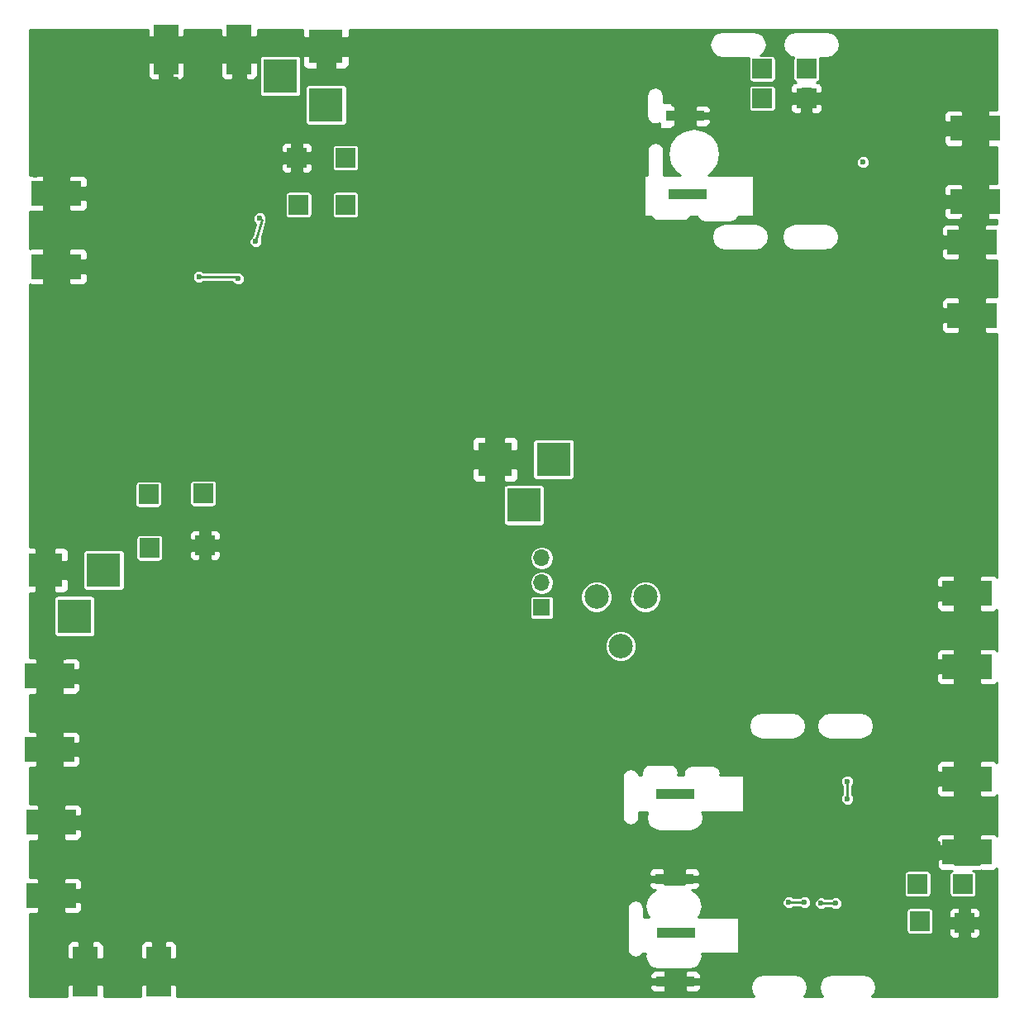
<source format=gbr>
G04 #@! TF.FileFunction,Copper,L2,Bot,Signal*
%FSLAX46Y46*%
G04 Gerber Fmt 4.6, Leading zero omitted, Abs format (unit mm)*
G04 Created by KiCad (PCBNEW 4.0.7) date 07/14/20 19:45:39*
%MOMM*%
%LPD*%
G01*
G04 APERTURE LIST*
%ADD10C,0.100000*%
%ADD11R,2.500000X5.080000*%
%ADD12R,5.080000X2.500000*%
%ADD13R,4.000000X1.000000*%
%ADD14R,2.000000X2.000000*%
%ADD15R,3.500000X3.500000*%
%ADD16C,2.500000*%
%ADD17R,1.700000X1.700000*%
%ADD18O,1.700000X1.700000*%
%ADD19C,0.600000*%
%ADD20C,0.250000*%
%ADD21C,0.500000*%
%ADD22C,0.350000*%
G04 APERTURE END LIST*
D10*
D11*
X63150000Y-129000000D03*
X70650000Y-129000000D03*
D12*
X59440000Y-98720000D03*
X59440000Y-106220000D03*
D13*
X124880000Y-49360000D03*
D14*
X137000000Y-39500000D03*
X132500000Y-39500000D03*
X132500000Y-36500000D03*
X137000000Y-36500000D03*
D13*
X124600000Y-41300000D03*
D12*
X154275000Y-50100000D03*
X154275000Y-42600000D03*
X154000000Y-61750000D03*
X154000000Y-54250000D03*
D15*
X111100000Y-76500000D03*
X105100000Y-76500000D03*
X108100000Y-81200000D03*
D12*
X153500000Y-97750000D03*
X153500000Y-90250000D03*
D13*
X123700000Y-125000000D03*
X123600000Y-110800000D03*
D14*
X153200000Y-124000000D03*
D13*
X123600000Y-130000000D03*
D14*
X148400000Y-120000000D03*
X153000000Y-120000000D03*
X148600000Y-123800000D03*
D13*
X123500000Y-119500000D03*
D12*
X153500000Y-116750000D03*
X153500000Y-109250000D03*
X59630000Y-113710000D03*
X59630000Y-121210000D03*
D14*
X69600000Y-80100000D03*
X75400000Y-85300000D03*
X75200000Y-80000000D03*
X69700000Y-85600000D03*
D12*
X60200000Y-49250000D03*
X60200000Y-56750000D03*
D11*
X78900000Y-34475000D03*
X71400000Y-34475000D03*
D14*
X89800000Y-45600000D03*
X89800000Y-50400000D03*
X85000000Y-50400000D03*
X84800000Y-45600000D03*
D16*
X118000000Y-95640000D03*
X115500000Y-90600000D03*
X120500000Y-90600000D03*
D17*
X109900000Y-91700000D03*
D18*
X109900000Y-89160000D03*
X109900000Y-86620000D03*
D15*
X65020000Y-87870000D03*
X59020000Y-87870000D03*
X62020000Y-92570000D03*
X87800000Y-40200000D03*
X87800000Y-34200000D03*
X83100000Y-37200000D03*
D19*
X134130000Y-109830000D03*
X135400000Y-108440000D03*
X134930000Y-107680000D03*
X140520000Y-108060000D03*
X139610000Y-107460000D03*
X149210000Y-115890000D03*
X148740000Y-116460000D03*
X150610000Y-116740000D03*
X150480000Y-115880000D03*
X148510000Y-115400000D03*
X150430000Y-117530000D03*
X150100000Y-118520000D03*
X149020000Y-117970000D03*
X148200000Y-117390000D03*
X149800000Y-44100000D03*
X146200000Y-44400000D03*
X147900000Y-44400000D03*
X144900000Y-44400000D03*
X143500000Y-44400000D03*
X142400000Y-44100000D03*
X141300000Y-43700000D03*
X61870000Y-123310000D03*
X60550000Y-123570000D03*
X60640000Y-124540000D03*
X60660000Y-125650000D03*
X60550000Y-126810000D03*
X60870000Y-128400000D03*
X73280000Y-54810000D03*
X73080000Y-56100000D03*
X74070000Y-55420000D03*
X73990000Y-54630000D03*
X146110000Y-89220000D03*
X147030000Y-89970000D03*
X147640000Y-89410000D03*
X144960000Y-89150000D03*
X147440000Y-90940000D03*
X131730000Y-89780000D03*
X133750000Y-90160000D03*
X135480000Y-90390000D03*
X139300000Y-90200000D03*
X141000000Y-90600000D03*
X141500000Y-89200000D03*
X140280000Y-89320000D03*
X138760000Y-89230000D03*
X144070000Y-45350000D03*
X135370000Y-47130000D03*
X134540000Y-47150000D03*
X135220000Y-49090000D03*
X135060000Y-47880000D03*
X133950000Y-47870000D03*
X133760000Y-43420000D03*
X133960000Y-44380000D03*
X133530000Y-45030000D03*
X137080000Y-97780000D03*
X135070000Y-97860000D03*
X132950000Y-97560000D03*
X131230000Y-97050000D03*
X129800000Y-96620000D03*
X128460000Y-95810000D03*
X138200000Y-90500000D03*
X129950000Y-88760000D03*
X148220000Y-92600000D03*
X148240000Y-93430000D03*
X149430000Y-91550000D03*
X71480000Y-123120000D03*
X70550000Y-123280000D03*
X72000000Y-122340000D03*
X78800000Y-52600000D03*
X79130000Y-53320000D03*
X79250000Y-54270000D03*
X79130000Y-55370000D03*
X78490000Y-56270000D03*
X77670000Y-56720000D03*
X111300000Y-97700000D03*
X108400000Y-96100000D03*
X105400000Y-93200000D03*
X102400000Y-90700000D03*
X100100000Y-88300000D03*
X99700000Y-83200000D03*
X99400000Y-79200000D03*
X99600000Y-75400000D03*
X99500000Y-72000000D03*
X100500000Y-68800000D03*
X119400000Y-88900000D03*
X118100000Y-89500000D03*
X120100000Y-86800000D03*
X117000000Y-76000000D03*
X119500000Y-76100000D03*
X64700000Y-118800000D03*
X64700000Y-117700000D03*
X65600000Y-119000000D03*
X66800000Y-106590000D03*
X64400000Y-109700000D03*
X64620000Y-112590000D03*
X65360000Y-113220000D03*
X66200000Y-112650000D03*
X68290000Y-107470000D03*
X70200000Y-108100000D03*
X71300000Y-108200000D03*
X72500000Y-108100000D03*
X73700000Y-108510000D03*
X74400000Y-107900000D03*
X74450000Y-108840000D03*
X74750000Y-109510000D03*
X74800000Y-111400000D03*
X76300000Y-112000000D03*
X76500000Y-110700000D03*
X76500000Y-109100000D03*
X76300000Y-107500000D03*
X75200000Y-106800000D03*
X75900000Y-120600000D03*
X76100000Y-119900000D03*
X76500000Y-118100000D03*
X76500000Y-117100000D03*
X76600000Y-115800000D03*
X76600000Y-114000000D03*
X75700000Y-113800000D03*
X73920000Y-114770000D03*
X153000000Y-52000000D03*
X155500000Y-52000000D03*
X154500000Y-40000000D03*
X152000000Y-40000000D03*
X149000000Y-130000000D03*
X148600000Y-128400000D03*
X144400000Y-119000000D03*
X144800000Y-121400000D03*
X143400000Y-122800000D03*
X142600000Y-124000000D03*
X66200000Y-97100000D03*
X64000000Y-97000000D03*
X62800000Y-96800000D03*
X61000000Y-96800000D03*
X59200000Y-93400000D03*
X59400000Y-95000000D03*
X59000000Y-96800000D03*
X60200000Y-108800000D03*
X60000000Y-110000000D03*
X73580000Y-125610000D03*
X73600000Y-127400000D03*
X73200000Y-128400000D03*
X72600000Y-129400000D03*
X72530000Y-124390000D03*
X70400000Y-125000000D03*
X71000000Y-124200000D03*
X74000000Y-118000000D03*
X74400000Y-120000000D03*
X73400000Y-120600000D03*
X74800000Y-118800000D03*
X75000000Y-117600000D03*
X75200000Y-116200000D03*
X74430000Y-115380000D03*
X73660000Y-116040000D03*
X72900000Y-118900000D03*
X73400000Y-117400000D03*
X77400000Y-52000000D03*
X81000000Y-34600000D03*
X81400000Y-33600000D03*
X82800000Y-33600000D03*
X84600000Y-33600000D03*
X92600000Y-47200000D03*
X92000000Y-46000000D03*
X92000000Y-44400000D03*
X91200000Y-36000000D03*
X91400000Y-38800000D03*
X91600000Y-40600000D03*
X92000000Y-42400000D03*
X89800000Y-61000000D03*
X88400000Y-62000000D03*
X86600000Y-62600000D03*
X85200000Y-63000000D03*
X82800000Y-63200000D03*
X80800000Y-63400000D03*
X78400000Y-63400000D03*
X76000000Y-63400000D03*
X73200000Y-63400000D03*
X71200000Y-62600000D03*
X67800000Y-60800000D03*
X66400000Y-60800000D03*
X64800000Y-60600000D03*
X63400000Y-60200000D03*
X62000000Y-59800000D03*
X61000000Y-59000000D03*
X58000000Y-47400000D03*
X59600000Y-47200000D03*
X61800000Y-47200000D03*
X63000000Y-47200000D03*
X64200000Y-47800000D03*
X64600000Y-49000000D03*
X65400000Y-50400000D03*
X67200000Y-50800000D03*
X68800000Y-51200000D03*
X71400000Y-50600000D03*
X72800000Y-49200000D03*
X72800000Y-47600000D03*
X72800000Y-46000000D03*
X72600000Y-44000000D03*
X72400000Y-43000000D03*
X72600000Y-41300000D03*
X72600000Y-39800000D03*
X72400000Y-37600000D03*
X71400000Y-34475000D03*
X85800000Y-57800000D03*
X85800000Y-56800000D03*
X86000000Y-53800000D03*
X85800000Y-55000000D03*
X80200000Y-43400000D03*
X80600000Y-44600000D03*
X80800000Y-46400000D03*
X81600000Y-47800000D03*
X82000000Y-49400000D03*
X82000000Y-51600000D03*
X71260000Y-57180000D03*
X71800000Y-58400000D03*
X72400000Y-59200000D03*
X74400000Y-59400000D03*
X75600000Y-59400000D03*
X77200000Y-59400000D03*
X79000000Y-59200000D03*
X79800000Y-58400000D03*
X80800000Y-57200000D03*
X81200000Y-56200000D03*
X81400000Y-55200000D03*
X81600000Y-54200000D03*
X82000000Y-52800000D03*
X80200000Y-50600000D03*
X78870000Y-49790000D03*
X78780000Y-50560000D03*
X78790000Y-51360000D03*
X76600000Y-56800000D03*
X75400000Y-56800000D03*
X74200000Y-56600000D03*
X77800000Y-38720000D03*
X77750000Y-37840000D03*
X77820000Y-39660000D03*
X77860000Y-40710000D03*
X79600000Y-41800000D03*
X78720000Y-41180000D03*
X70580000Y-56950000D03*
X71920000Y-57040000D03*
X70000000Y-56400000D03*
X73600000Y-106200000D03*
X73800000Y-107300000D03*
X73600000Y-119500000D03*
X72100000Y-119200000D03*
X63600000Y-109400000D03*
X64000000Y-108400000D03*
X68000000Y-106700000D03*
X69500000Y-105300000D03*
X70700000Y-105300000D03*
X71800000Y-105300000D03*
X72900000Y-105500000D03*
X71500000Y-106200000D03*
X70700000Y-106200000D03*
X69600000Y-106300000D03*
X68600000Y-106300000D03*
X63500000Y-101800000D03*
X63700000Y-102800000D03*
X62660000Y-101450000D03*
X65500000Y-99700000D03*
X77400000Y-93900000D03*
X76000000Y-95900000D03*
X72500000Y-99700000D03*
X74100000Y-99600000D03*
X72100000Y-104000000D03*
X70900000Y-101500000D03*
X72400000Y-103000000D03*
X74680000Y-124410000D03*
X137100000Y-116800000D03*
X135900000Y-117700000D03*
X135500000Y-118700000D03*
X135800000Y-119700000D03*
X139800000Y-120300000D03*
X138700000Y-120700000D03*
X137100000Y-120300000D03*
X135900000Y-121100000D03*
X135700000Y-122900000D03*
X135600000Y-123900000D03*
X137200000Y-123800000D03*
X138200000Y-124400000D03*
X124500000Y-115200000D03*
X123000000Y-114900000D03*
X121500000Y-114900000D03*
X121400000Y-116900000D03*
X122500000Y-117300000D03*
X125000000Y-116900000D03*
X126600000Y-115600000D03*
X127900000Y-114500000D03*
X129200000Y-113200000D03*
X130600000Y-113100000D03*
X129700000Y-114200000D03*
X128500000Y-115500000D03*
X128300000Y-116700000D03*
X127500000Y-118400000D03*
X126300000Y-119100000D03*
X127400000Y-127700000D03*
X127700000Y-127700000D03*
X129800000Y-127600000D03*
X131400000Y-128200000D03*
X131300000Y-129500000D03*
X129800000Y-129200000D03*
X128500000Y-129300000D03*
X126800000Y-129500000D03*
X141200000Y-115200000D03*
X142800000Y-116200000D03*
X137300000Y-113400000D03*
X138300000Y-113600000D03*
X139800000Y-113500000D03*
X141000000Y-113700000D03*
X141800000Y-114300000D03*
X142700000Y-115300000D03*
X144600000Y-116400000D03*
X147100000Y-116400000D03*
X146000000Y-116700000D03*
X148000000Y-116300000D03*
X133800000Y-120000000D03*
X134500000Y-120800000D03*
X134500000Y-122700000D03*
X133900000Y-123800000D03*
X133500000Y-123100000D03*
X127400000Y-122800000D03*
X127400000Y-121700000D03*
X128300000Y-123000000D03*
X127900000Y-121000000D03*
X129300000Y-122900000D03*
X129000000Y-121000000D03*
X137600000Y-107500000D03*
X137300000Y-108200000D03*
X137000000Y-109000000D03*
X136100000Y-109900000D03*
X135160000Y-109640000D03*
X134500000Y-109100000D03*
X137300000Y-116100000D03*
X140200000Y-116200000D03*
X137900000Y-94400000D03*
X138000000Y-91500000D03*
X137900000Y-92500000D03*
X138000000Y-93400000D03*
X125700000Y-92300000D03*
X124700000Y-92400000D03*
X129100000Y-91300000D03*
X127800000Y-90500000D03*
X126300000Y-90500000D03*
X124900000Y-90600000D03*
X124900000Y-91700000D03*
X123500000Y-91700000D03*
X150100000Y-91100000D03*
X149700000Y-90000000D03*
X148600000Y-89700000D03*
X148900000Y-90900000D03*
X140000000Y-90500000D03*
X134700000Y-44000000D03*
X136800000Y-42000000D03*
X135700000Y-42100000D03*
X134400000Y-42600000D03*
X139400000Y-43800000D03*
X139600000Y-42600000D03*
X138200000Y-42700000D03*
X137000000Y-42800000D03*
X153000000Y-106500000D03*
X151400000Y-106200000D03*
X149400000Y-106200000D03*
X146800000Y-106125000D03*
X144700000Y-105900000D03*
X142850000Y-105925000D03*
X141200000Y-105800000D03*
X139300000Y-106000000D03*
X131600000Y-105400000D03*
X129400000Y-105400000D03*
X127375000Y-104450000D03*
X135200000Y-106000000D03*
X137600000Y-105900000D03*
X115500000Y-99500000D03*
X119200000Y-99800000D03*
X123300000Y-99700000D03*
X126800000Y-99300000D03*
X130500000Y-99700000D03*
X134900000Y-99500000D03*
X138900000Y-99600000D03*
X142800000Y-99400000D03*
X145900000Y-98900000D03*
X147400000Y-97700000D03*
X149300000Y-96900000D03*
X153800000Y-67100000D03*
X151500000Y-67100000D03*
X149100000Y-67200000D03*
X145300000Y-67100000D03*
X142500000Y-67000000D03*
X138700000Y-67000000D03*
X134300000Y-67000000D03*
X129700000Y-66800000D03*
X124500000Y-66600000D03*
X120300000Y-66900000D03*
X114600000Y-66900000D03*
X110600000Y-66900000D03*
X106900000Y-66800000D03*
X102800000Y-67000000D03*
X146500000Y-85700000D03*
X146900000Y-84900000D03*
X144600000Y-75900000D03*
X143800000Y-75300000D03*
X145500000Y-79000000D03*
X146300000Y-78600000D03*
X152700000Y-84500000D03*
X153800000Y-84600000D03*
X132300000Y-80800000D03*
X124800000Y-77800000D03*
X122700000Y-79400000D03*
X134100000Y-71700000D03*
X131300000Y-71700000D03*
X155460000Y-125080000D03*
X155380000Y-122510000D03*
X155420000Y-120750000D03*
X155420000Y-119060000D03*
X145670000Y-55850000D03*
X142800000Y-46050000D03*
X141200000Y-109500000D03*
X141200000Y-111300000D03*
X140000000Y-122000000D03*
X138500000Y-122000000D03*
X136800000Y-121900000D03*
X135200000Y-121900000D03*
X80600000Y-54200000D03*
X81000000Y-51800000D03*
X74800000Y-57800000D03*
X78800000Y-58000000D03*
D20*
X134130000Y-109830000D02*
X134140000Y-109830000D01*
X135400000Y-108150000D02*
X135400000Y-108440000D01*
X134930000Y-107680000D02*
X135400000Y-108150000D01*
X140210000Y-108060000D02*
X140520000Y-108060000D01*
X139610000Y-107460000D02*
X140210000Y-108060000D01*
X149210000Y-115990000D02*
X149210000Y-115890000D01*
X148740000Y-116460000D02*
X149210000Y-115990000D01*
X150610000Y-116010000D02*
X150610000Y-116740000D01*
X150480000Y-115880000D02*
X150610000Y-116010000D01*
X148000000Y-115910000D02*
X148000000Y-116300000D01*
X148510000Y-115400000D02*
X148000000Y-115910000D01*
X150430000Y-118190000D02*
X150430000Y-117530000D01*
X150100000Y-118520000D02*
X150430000Y-118190000D01*
X148780000Y-117970000D02*
X149020000Y-117970000D01*
X148200000Y-117390000D02*
X148780000Y-117970000D01*
X146200000Y-44400000D02*
X147900000Y-44400000D01*
X143500000Y-44400000D02*
X144900000Y-44400000D01*
X141700000Y-44100000D02*
X142400000Y-44100000D01*
X141300000Y-43700000D02*
X141700000Y-44100000D01*
X60810000Y-123310000D02*
X61870000Y-123310000D01*
X60550000Y-123570000D02*
X60810000Y-123310000D01*
X60640000Y-125630000D02*
X60640000Y-124540000D01*
X60660000Y-125650000D02*
X60640000Y-125630000D01*
X60550000Y-128080000D02*
X60550000Y-126810000D01*
X60870000Y-128400000D02*
X60550000Y-128080000D01*
X74070000Y-54710000D02*
X74070000Y-55420000D01*
X73990000Y-54630000D02*
X74070000Y-54710000D01*
X146110000Y-89220000D02*
X146280000Y-89220000D01*
X146280000Y-89220000D02*
X147030000Y-89970000D01*
X147640000Y-89410000D02*
X147930000Y-89700000D01*
X147930000Y-89700000D02*
X148600000Y-89700000D01*
X141500000Y-89200000D02*
X144910000Y-89200000D01*
X144910000Y-89200000D02*
X144960000Y-89150000D01*
X147440000Y-90550000D02*
X147440000Y-90940000D01*
X138200000Y-90500000D02*
X135590000Y-90500000D01*
X133370000Y-89780000D02*
X131730000Y-89780000D01*
X133750000Y-90160000D02*
X133370000Y-89780000D01*
X135590000Y-90500000D02*
X135480000Y-90390000D01*
X141000000Y-89700000D02*
X141000000Y-90600000D01*
X141500000Y-89200000D02*
X141000000Y-89700000D01*
X138850000Y-89320000D02*
X140280000Y-89320000D01*
X138760000Y-89230000D02*
X138850000Y-89320000D01*
X133960000Y-47880000D02*
X135060000Y-47880000D01*
X133950000Y-47870000D02*
X133960000Y-47880000D01*
X133760000Y-44180000D02*
X133760000Y-43420000D01*
X133960000Y-44380000D02*
X133760000Y-44180000D01*
X129100000Y-91300000D02*
X129100000Y-95170000D01*
X137900000Y-96960000D02*
X137900000Y-94400000D01*
X137080000Y-97780000D02*
X137900000Y-96960000D01*
X133250000Y-97860000D02*
X135070000Y-97860000D01*
X132950000Y-97560000D02*
X133250000Y-97860000D01*
X130230000Y-97050000D02*
X131230000Y-97050000D01*
X129800000Y-96620000D02*
X130230000Y-97050000D01*
X129100000Y-95170000D02*
X128460000Y-95810000D01*
X129100000Y-91300000D02*
X129100000Y-89610000D01*
X129100000Y-89610000D02*
X129950000Y-88760000D01*
X78800000Y-52990000D02*
X78800000Y-52600000D01*
X79130000Y-53320000D02*
X78800000Y-52990000D01*
X79250000Y-55250000D02*
X79250000Y-54270000D01*
X79130000Y-55370000D02*
X79250000Y-55250000D01*
X78120000Y-56270000D02*
X78490000Y-56270000D01*
X77670000Y-56720000D02*
X78120000Y-56270000D01*
D21*
X110000000Y-97700000D02*
X111300000Y-97700000D01*
X108400000Y-96100000D02*
X110000000Y-97700000D01*
X104900000Y-93200000D02*
X105400000Y-93200000D01*
X102400000Y-90700000D02*
X104900000Y-93200000D01*
X100100000Y-83600000D02*
X100100000Y-88300000D01*
X99700000Y-83200000D02*
X100100000Y-83600000D01*
X99400000Y-75600000D02*
X99400000Y-79200000D01*
X99600000Y-75400000D02*
X99400000Y-75600000D01*
X99500000Y-69800000D02*
X99500000Y-72000000D01*
X100500000Y-68800000D02*
X99500000Y-69800000D01*
D20*
X68000000Y-106900000D02*
X68000000Y-106700000D01*
X68290000Y-107470000D02*
X68000000Y-106900000D01*
X71200000Y-108100000D02*
X70200000Y-108100000D01*
X71300000Y-108200000D02*
X71200000Y-108100000D01*
X73600000Y-108410000D02*
X72500000Y-108100000D01*
X73700000Y-108510000D02*
X73600000Y-108410000D01*
X73500000Y-107000000D02*
X73400000Y-107000000D01*
X74400000Y-107900000D02*
X73500000Y-107000000D01*
X74650000Y-109410000D02*
X74450000Y-108840000D01*
X74750000Y-109510000D02*
X74650000Y-109410000D01*
X75700000Y-111400000D02*
X74800000Y-111400000D01*
X76300000Y-112000000D02*
X75700000Y-111400000D01*
X76500000Y-109100000D02*
X76500000Y-110700000D01*
X75900000Y-107500000D02*
X76300000Y-107500000D01*
X75200000Y-106800000D02*
X75900000Y-107500000D01*
X75900000Y-120100000D02*
X75900000Y-120600000D01*
X76100000Y-119900000D02*
X75900000Y-120100000D01*
X76500000Y-117100000D02*
X76500000Y-118100000D01*
X76600000Y-114000000D02*
X76600000Y-115800000D01*
X75400000Y-113800000D02*
X75700000Y-113800000D01*
X73920000Y-114770000D02*
X75400000Y-113800000D01*
D21*
X155500000Y-52000000D02*
X153000000Y-52000000D01*
X152000000Y-40000000D02*
X154500000Y-40000000D01*
X149000000Y-128800000D02*
X149000000Y-130000000D01*
X148600000Y-128400000D02*
X149000000Y-128800000D01*
D22*
X144800000Y-120000000D02*
X144400000Y-119000000D01*
X144800000Y-120800000D02*
X144800000Y-120000000D01*
X144800000Y-121400000D02*
X144800000Y-120800000D01*
X143400000Y-123200000D02*
X143400000Y-122800000D01*
X142600000Y-124000000D02*
X143400000Y-123200000D01*
D20*
X64100000Y-97100000D02*
X66200000Y-97100000D01*
X64000000Y-97000000D02*
X64100000Y-97100000D01*
X61000000Y-96800000D02*
X62800000Y-96800000D01*
X59500000Y-92100000D02*
X59020000Y-87870000D01*
X59200000Y-92400000D02*
X59500000Y-92100000D01*
X59200000Y-93400000D02*
X59200000Y-92400000D01*
X59400000Y-96400000D02*
X59400000Y-95000000D01*
X59000000Y-96800000D02*
X59400000Y-96400000D01*
X60200000Y-109800000D02*
X60200000Y-108800000D01*
X60000000Y-110000000D02*
X60200000Y-109800000D01*
X73500000Y-127300000D02*
X73580000Y-125610000D01*
X73600000Y-127400000D02*
X73500000Y-127300000D01*
X73200000Y-128800000D02*
X73200000Y-128400000D01*
X72600000Y-129400000D02*
X73200000Y-128800000D01*
X72530000Y-124390000D02*
X71200000Y-124000000D01*
X71200000Y-124000000D02*
X71000000Y-124200000D01*
X74000000Y-118000000D02*
X74800000Y-118800000D01*
X74400000Y-120000000D02*
X74800000Y-119600000D01*
X74800000Y-119600000D02*
X74800000Y-118800000D01*
X75000000Y-117600000D02*
X75200000Y-117400000D01*
X75200000Y-117400000D02*
X75200000Y-116200000D01*
X73660000Y-116040000D02*
X73700000Y-117100000D01*
X73700000Y-117100000D02*
X73400000Y-117400000D01*
D21*
X81000000Y-34000000D02*
X81000000Y-34600000D01*
X81400000Y-33600000D02*
X81000000Y-34000000D01*
X84600000Y-33600000D02*
X82800000Y-33600000D01*
X92600000Y-47200000D02*
X92000000Y-46600000D01*
X92000000Y-46600000D02*
X92000000Y-46000000D01*
X91200000Y-38600000D02*
X91200000Y-36000000D01*
X91400000Y-38800000D02*
X91200000Y-38600000D01*
X91600000Y-42000000D02*
X91600000Y-40600000D01*
X92000000Y-42400000D02*
X91600000Y-42000000D01*
X89400000Y-61000000D02*
X89800000Y-61000000D01*
X88400000Y-62000000D02*
X89400000Y-61000000D01*
X85600000Y-62600000D02*
X86600000Y-62600000D01*
X85200000Y-63000000D02*
X85600000Y-62600000D01*
X81000000Y-63200000D02*
X82800000Y-63200000D01*
X80800000Y-63400000D02*
X81000000Y-63200000D01*
X76000000Y-63400000D02*
X78400000Y-63400000D01*
X72000000Y-63400000D02*
X73200000Y-63400000D01*
X71200000Y-62600000D02*
X72000000Y-63400000D01*
X66400000Y-60800000D02*
X67800000Y-60800000D01*
X63800000Y-60600000D02*
X64800000Y-60600000D01*
X63400000Y-60200000D02*
X63800000Y-60600000D01*
X61800000Y-59800000D02*
X62000000Y-59800000D01*
X61000000Y-59000000D02*
X61800000Y-59800000D01*
X58000000Y-47400000D02*
X58200000Y-47200000D01*
X58200000Y-47200000D02*
X59600000Y-47200000D01*
X61800000Y-47200000D02*
X63000000Y-47200000D01*
X64200000Y-47800000D02*
X64600000Y-48200000D01*
X64600000Y-48200000D02*
X64600000Y-49000000D01*
X65400000Y-50400000D02*
X65800000Y-50800000D01*
X65800000Y-50800000D02*
X67200000Y-50800000D01*
X68800000Y-51200000D02*
X69400000Y-50600000D01*
X69400000Y-50600000D02*
X71400000Y-50600000D01*
X72800000Y-49200000D02*
X72800000Y-47600000D01*
X72800000Y-46000000D02*
X72600000Y-45800000D01*
X72600000Y-45800000D02*
X72600000Y-44000000D01*
X72400000Y-43000000D02*
X72600000Y-41300000D01*
X72600000Y-39800000D02*
X72400000Y-39600000D01*
X72400000Y-39600000D02*
X72400000Y-37600000D01*
X85800000Y-56800000D02*
X85800000Y-57800000D01*
X86000000Y-54800000D02*
X86000000Y-53800000D01*
X85800000Y-55000000D02*
X86000000Y-54800000D01*
D20*
X80200000Y-44200000D02*
X80200000Y-43400000D01*
X80600000Y-44600000D02*
X80200000Y-44200000D01*
X80800000Y-47000000D02*
X80800000Y-46400000D01*
X81600000Y-47800000D02*
X80800000Y-47000000D01*
X82000000Y-51200000D02*
X82000000Y-49400000D01*
X82000000Y-51600000D02*
X82000000Y-51200000D01*
X71800000Y-58600000D02*
X71800000Y-58400000D01*
X72400000Y-59200000D02*
X71800000Y-58600000D01*
X75600000Y-59400000D02*
X74400000Y-59400000D01*
X78800000Y-59400000D02*
X77200000Y-59400000D01*
X79000000Y-59200000D02*
X78800000Y-59400000D01*
X80200000Y-57800000D02*
X79800000Y-58400000D01*
X80800000Y-57200000D02*
X80200000Y-57800000D01*
X81200000Y-55400000D02*
X81200000Y-56200000D01*
X81400000Y-55200000D02*
X81200000Y-55400000D01*
X82200000Y-53000000D02*
X81600000Y-54200000D01*
X82000000Y-52800000D02*
X82200000Y-53000000D01*
X78870000Y-49790000D02*
X80200000Y-50600000D01*
X73800000Y-56000000D02*
X73800000Y-56200000D01*
X78590000Y-51160000D02*
X78780000Y-50560000D01*
X78790000Y-51360000D02*
X78590000Y-51160000D01*
X75400000Y-56800000D02*
X76600000Y-56800000D01*
X73800000Y-56200000D02*
X74200000Y-56600000D01*
X77750000Y-37840000D02*
X77800000Y-38720000D01*
X77820000Y-39660000D02*
X77860000Y-40710000D01*
X78720000Y-41180000D02*
X79600000Y-41800000D01*
X73600000Y-106200000D02*
X73800000Y-106400000D01*
X73800000Y-106400000D02*
X73800000Y-107300000D01*
X68000000Y-106700000D02*
X68400000Y-106300000D01*
X68400000Y-106300000D02*
X68600000Y-106300000D01*
X69500000Y-105300000D02*
X70700000Y-105300000D01*
X71800000Y-105300000D02*
X72000000Y-105500000D01*
X72000000Y-105500000D02*
X72900000Y-105500000D01*
X70700000Y-106200000D02*
X71500000Y-106200000D01*
X68600000Y-106300000D02*
X69600000Y-106300000D01*
X136800000Y-116800000D02*
X137100000Y-116800000D01*
X135900000Y-117700000D02*
X136800000Y-116800000D01*
X135500000Y-119400000D02*
X135500000Y-118700000D01*
X135800000Y-119700000D02*
X135500000Y-119400000D01*
X139100000Y-120300000D02*
X139800000Y-120300000D01*
X138700000Y-120700000D02*
X139100000Y-120300000D01*
X136700000Y-120300000D02*
X137100000Y-120300000D01*
X135900000Y-121100000D02*
X136700000Y-120300000D01*
X135700000Y-123800000D02*
X135700000Y-122900000D01*
X135600000Y-123900000D02*
X135700000Y-123800000D01*
X137600000Y-123800000D02*
X137200000Y-123800000D01*
X138200000Y-124400000D02*
X137600000Y-123800000D01*
X121500000Y-114900000D02*
X123000000Y-114900000D01*
X122100000Y-116900000D02*
X121400000Y-116900000D01*
X122500000Y-117300000D02*
X122100000Y-116900000D01*
X125300000Y-116900000D02*
X125000000Y-116900000D01*
X126600000Y-115600000D02*
X125300000Y-116900000D01*
X129200000Y-113200000D02*
X127900000Y-114500000D01*
X130600000Y-113300000D02*
X130600000Y-113100000D01*
X129700000Y-114200000D02*
X130600000Y-113300000D01*
X128500000Y-116500000D02*
X128500000Y-115500000D01*
X128300000Y-116700000D02*
X128500000Y-116500000D01*
X127000000Y-118400000D02*
X127500000Y-118400000D01*
X126300000Y-119100000D02*
X127000000Y-118400000D01*
X127700000Y-127700000D02*
X127400000Y-127700000D01*
X130800000Y-127600000D02*
X129800000Y-127600000D01*
X131400000Y-128200000D02*
X130800000Y-127600000D01*
X130100000Y-129500000D02*
X131300000Y-129500000D01*
X129800000Y-129200000D02*
X130100000Y-129500000D01*
X127000000Y-129300000D02*
X128500000Y-129300000D01*
X126800000Y-129500000D02*
X127000000Y-129300000D01*
X141200000Y-115200000D02*
X142200000Y-116200000D01*
X142200000Y-116200000D02*
X142800000Y-116200000D01*
X138100000Y-113400000D02*
X137300000Y-113400000D01*
X138300000Y-113600000D02*
X138100000Y-113400000D01*
X140800000Y-113500000D02*
X139800000Y-113500000D01*
X141000000Y-113700000D02*
X140800000Y-113500000D01*
X141800000Y-114400000D02*
X141800000Y-114300000D01*
X142700000Y-115300000D02*
X141800000Y-114400000D01*
X147200000Y-116300000D02*
X148000000Y-116300000D01*
X147100000Y-116400000D02*
X147200000Y-116300000D01*
X144900000Y-116700000D02*
X146000000Y-116700000D01*
X144600000Y-116400000D02*
X144900000Y-116700000D01*
X133300000Y-119500000D02*
X133800000Y-120000000D01*
X134500000Y-120800000D02*
X134500000Y-121600000D01*
X134500000Y-121600000D02*
X134500000Y-122700000D01*
X133900000Y-123800000D02*
X133500000Y-123400000D01*
X133500000Y-123400000D02*
X133500000Y-123100000D01*
X133300000Y-119500000D02*
X133300000Y-119400000D01*
X137600000Y-107900000D02*
X137600000Y-107500000D01*
X137300000Y-108200000D02*
X137600000Y-107900000D01*
X136100000Y-109900000D02*
X137000000Y-109000000D01*
X135160000Y-109340000D02*
X135160000Y-109640000D01*
X134500000Y-109100000D02*
X135160000Y-109340000D01*
X138000000Y-92400000D02*
X138000000Y-91500000D01*
X137900000Y-92500000D02*
X138000000Y-92400000D01*
X137900000Y-94400000D02*
X138000000Y-94300000D01*
X138000000Y-94300000D02*
X138000000Y-93400000D01*
X124800000Y-92300000D02*
X125700000Y-92300000D01*
X124700000Y-92400000D02*
X124800000Y-92300000D01*
X128600000Y-91300000D02*
X129100000Y-91300000D01*
X127800000Y-90500000D02*
X128600000Y-91300000D01*
X125000000Y-90500000D02*
X126300000Y-90500000D01*
X124900000Y-90600000D02*
X125000000Y-90500000D01*
X123500000Y-91700000D02*
X124900000Y-91700000D01*
X150100000Y-91100000D02*
X149700000Y-90700000D01*
X149700000Y-90700000D02*
X149700000Y-90000000D01*
X148600000Y-89700000D02*
X148900000Y-90000000D01*
X148900000Y-90000000D02*
X148900000Y-90900000D01*
X136800000Y-42000000D02*
X136700000Y-42100000D01*
X136700000Y-42100000D02*
X135700000Y-42100000D01*
X134400000Y-42600000D02*
X134300000Y-42700000D01*
X139400000Y-42800000D02*
X139400000Y-43800000D01*
X139600000Y-42600000D02*
X139400000Y-42800000D01*
X137100000Y-42700000D02*
X138200000Y-42700000D01*
X137000000Y-42800000D02*
X137100000Y-42700000D01*
D22*
X141200000Y-105800000D02*
X141200000Y-106025000D01*
X153000000Y-106410000D02*
X153000000Y-106500000D01*
X151400000Y-106200000D02*
X153000000Y-106410000D01*
X147775000Y-106100000D02*
X149400000Y-106200000D01*
X146800000Y-106125000D02*
X147775000Y-106100000D01*
X142870000Y-105945000D02*
X144700000Y-105900000D01*
X142850000Y-105925000D02*
X142870000Y-105945000D01*
X141200000Y-106025000D02*
X139300000Y-106000000D01*
X131600000Y-105400000D02*
X133200000Y-105800000D01*
X128350000Y-104450000D02*
X129400000Y-105400000D01*
X127375000Y-104450000D02*
X128350000Y-104450000D01*
X134000000Y-105800000D02*
X135200000Y-106000000D01*
X133200000Y-105800000D02*
X134000000Y-105800000D01*
D21*
X150150000Y-97750000D02*
X153500000Y-97750000D01*
X115500000Y-99500000D02*
X115800000Y-99800000D01*
X115800000Y-99800000D02*
X119200000Y-99800000D01*
X123300000Y-99700000D02*
X123700000Y-99300000D01*
X123700000Y-99300000D02*
X126800000Y-99300000D01*
X130500000Y-99700000D02*
X130700000Y-99500000D01*
X130700000Y-99500000D02*
X134900000Y-99500000D01*
X138900000Y-99600000D02*
X139100000Y-99400000D01*
X139100000Y-99400000D02*
X142800000Y-99400000D01*
X145900000Y-98900000D02*
X147100000Y-97700000D01*
X147100000Y-97700000D02*
X147400000Y-97700000D01*
X149300000Y-96900000D02*
X150150000Y-97750000D01*
X153800000Y-67100000D02*
X151500000Y-67100000D01*
X149100000Y-67200000D02*
X149000000Y-67100000D01*
X149000000Y-67100000D02*
X145300000Y-67100000D01*
X142500000Y-67000000D02*
X138700000Y-67000000D01*
X134300000Y-67000000D02*
X134100000Y-66800000D01*
X134100000Y-66800000D02*
X129700000Y-66800000D01*
X124500000Y-66600000D02*
X124200000Y-66900000D01*
X124200000Y-66900000D02*
X120300000Y-66900000D01*
X114600000Y-66900000D02*
X110600000Y-66900000D01*
X106900000Y-66800000D02*
X106700000Y-67000000D01*
X106700000Y-67000000D02*
X102800000Y-67000000D01*
D22*
X155460000Y-122590000D02*
X155460000Y-125080000D01*
X155380000Y-122510000D02*
X155460000Y-122590000D01*
X155420000Y-119060000D02*
X155420000Y-120750000D01*
D20*
X141200000Y-111300000D02*
X141200000Y-109600000D01*
X141200000Y-109600000D02*
X141200000Y-109500000D01*
X138500000Y-122000000D02*
X140000000Y-122000000D01*
X135200000Y-121900000D02*
X136800000Y-121900000D01*
X81200000Y-52000000D02*
X80600000Y-54200000D01*
X81000000Y-51800000D02*
X81200000Y-52000000D01*
X78600000Y-57800000D02*
X74800000Y-57800000D01*
X78800000Y-58000000D02*
X78600000Y-57800000D01*
G36*
X69517000Y-33046750D02*
X69675250Y-33205000D01*
X70775000Y-33205000D01*
X70775000Y-33080000D01*
X72025000Y-33080000D01*
X72025000Y-33205000D01*
X73124750Y-33205000D01*
X73283000Y-33046750D01*
X73283000Y-32450000D01*
X77017000Y-32450000D01*
X77017000Y-33046750D01*
X77175250Y-33205000D01*
X78275000Y-33205000D01*
X78275000Y-33080000D01*
X79525000Y-33080000D01*
X79525000Y-33205000D01*
X80624750Y-33205000D01*
X80783000Y-33046750D01*
X80783000Y-32450000D01*
X85417000Y-32450000D01*
X85417000Y-33166750D01*
X85575250Y-33325000D01*
X86925000Y-33325000D01*
X86925000Y-32805000D01*
X88675000Y-32805000D01*
X88675000Y-33325000D01*
X90024750Y-33325000D01*
X90183000Y-33166750D01*
X90183000Y-32450000D01*
X156550000Y-32450000D01*
X156550000Y-40717000D01*
X155703250Y-40717000D01*
X155545000Y-40875250D01*
X155545000Y-41975000D01*
X155670000Y-41975000D01*
X155670000Y-43225000D01*
X155545000Y-43225000D01*
X155545000Y-44324750D01*
X155703250Y-44483000D01*
X156550000Y-44483000D01*
X156550000Y-48217000D01*
X155703250Y-48217000D01*
X155545000Y-48375250D01*
X155545000Y-49475000D01*
X155670000Y-49475000D01*
X155670000Y-50725000D01*
X155545000Y-50725000D01*
X155545000Y-51824750D01*
X155703250Y-51983000D01*
X156550000Y-51983000D01*
X156550000Y-52367000D01*
X155428250Y-52367000D01*
X155270000Y-52525250D01*
X155270000Y-53625000D01*
X155395000Y-53625000D01*
X155395000Y-54875000D01*
X155270000Y-54875000D01*
X155270000Y-55974750D01*
X155428250Y-56133000D01*
X156550000Y-56133000D01*
X156550000Y-59867000D01*
X155428250Y-59867000D01*
X155270000Y-60025250D01*
X155270000Y-61125000D01*
X155395000Y-61125000D01*
X155395000Y-62375000D01*
X155270000Y-62375000D01*
X155270000Y-63474750D01*
X155428250Y-63633000D01*
X156550000Y-63633000D01*
X156550000Y-88614803D01*
X156398566Y-88463369D01*
X156165912Y-88367000D01*
X154928250Y-88367000D01*
X154770000Y-88525250D01*
X154770000Y-89625000D01*
X154895000Y-89625000D01*
X154895000Y-90875000D01*
X154770000Y-90875000D01*
X154770000Y-91974750D01*
X154928250Y-92133000D01*
X156165912Y-92133000D01*
X156398566Y-92036631D01*
X156550000Y-91885197D01*
X156550000Y-96114803D01*
X156398566Y-95963369D01*
X156165912Y-95867000D01*
X154928250Y-95867000D01*
X154770000Y-96025250D01*
X154770000Y-97125000D01*
X154895000Y-97125000D01*
X154895000Y-98375000D01*
X154770000Y-98375000D01*
X154770000Y-99474750D01*
X154928250Y-99633000D01*
X156165912Y-99633000D01*
X156398566Y-99536631D01*
X156550000Y-99385197D01*
X156550000Y-107614803D01*
X156398566Y-107463369D01*
X156165912Y-107367000D01*
X154928250Y-107367000D01*
X154770000Y-107525250D01*
X154770000Y-108625000D01*
X154895000Y-108625000D01*
X154895000Y-109875000D01*
X154770000Y-109875000D01*
X154770000Y-110974750D01*
X154928250Y-111133000D01*
X156165912Y-111133000D01*
X156398566Y-111036631D01*
X156550000Y-110885197D01*
X156550000Y-115114803D01*
X156398566Y-114963369D01*
X156165912Y-114867000D01*
X154928250Y-114867000D01*
X154770000Y-115025250D01*
X154770000Y-116125000D01*
X154895000Y-116125000D01*
X154895000Y-117375000D01*
X154770000Y-117375000D01*
X154770000Y-118000000D01*
X152230000Y-118000000D01*
X152230000Y-117375000D01*
X150485250Y-117375000D01*
X150327000Y-117533250D01*
X150327000Y-118125911D01*
X150423368Y-118358565D01*
X150601434Y-118536631D01*
X150834088Y-118633000D01*
X151918442Y-118633000D01*
X151861034Y-118643802D01*
X151733401Y-118725931D01*
X151647777Y-118851246D01*
X151617654Y-119000000D01*
X151617654Y-121000000D01*
X151643802Y-121138966D01*
X151725931Y-121266599D01*
X151851246Y-121352223D01*
X152000000Y-121382346D01*
X154000000Y-121382346D01*
X154138966Y-121356198D01*
X154266599Y-121274069D01*
X154352223Y-121148754D01*
X154382346Y-121000000D01*
X154382346Y-119000000D01*
X154356198Y-118861034D01*
X154274069Y-118733401D01*
X154148754Y-118647777D01*
X154075782Y-118633000D01*
X154875002Y-118633000D01*
X154875002Y-118579752D01*
X154928250Y-118633000D01*
X156165912Y-118633000D01*
X156398566Y-118536631D01*
X156550000Y-118385197D01*
X156550000Y-131550000D01*
X143743479Y-131550000D01*
X144026659Y-131126190D01*
X144131325Y-130600000D01*
X144026659Y-130073810D01*
X143728597Y-129627728D01*
X143282515Y-129329666D01*
X142756325Y-129225000D01*
X139643675Y-129225000D01*
X139117485Y-129329666D01*
X138671403Y-129627728D01*
X138373341Y-130073810D01*
X138268675Y-130600000D01*
X138373341Y-131126190D01*
X138656521Y-131550000D01*
X136743479Y-131550000D01*
X137026659Y-131126190D01*
X137131325Y-130600000D01*
X137026659Y-130073810D01*
X136728597Y-129627728D01*
X136282515Y-129329666D01*
X135756325Y-129225000D01*
X132643675Y-129225000D01*
X132117485Y-129329666D01*
X131671403Y-129627728D01*
X131373341Y-130073810D01*
X131268675Y-130600000D01*
X131373341Y-131126190D01*
X131656521Y-131550000D01*
X72533000Y-131550000D01*
X72533000Y-130428250D01*
X72513000Y-130408250D01*
X120967000Y-130408250D01*
X120967000Y-130625912D01*
X121063369Y-130858566D01*
X121241435Y-131036632D01*
X121474089Y-131133000D01*
X122441750Y-131133000D01*
X122600000Y-130974750D01*
X122600000Y-130250000D01*
X124600000Y-130250000D01*
X124600000Y-130974750D01*
X124758250Y-131133000D01*
X125725911Y-131133000D01*
X125958565Y-131036632D01*
X126136631Y-130858566D01*
X126233000Y-130625912D01*
X126233000Y-130408250D01*
X126074750Y-130250000D01*
X124600000Y-130250000D01*
X122600000Y-130250000D01*
X121125250Y-130250000D01*
X120967000Y-130408250D01*
X72513000Y-130408250D01*
X72374750Y-130270000D01*
X71275000Y-130270000D01*
X71275000Y-130395000D01*
X70025000Y-130395000D01*
X70025000Y-130270000D01*
X68925250Y-130270000D01*
X68767000Y-130428250D01*
X68767000Y-131550000D01*
X65033000Y-131550000D01*
X65033000Y-130428250D01*
X64874750Y-130270000D01*
X63775000Y-130270000D01*
X63775000Y-130395000D01*
X62525000Y-130395000D01*
X62525000Y-130270000D01*
X61425250Y-130270000D01*
X61267000Y-130428250D01*
X61267000Y-131550000D01*
X57450000Y-131550000D01*
X57450000Y-129374088D01*
X120967000Y-129374088D01*
X120967000Y-129591750D01*
X121125250Y-129750000D01*
X122600000Y-129750000D01*
X122600000Y-129025250D01*
X124600000Y-129025250D01*
X124600000Y-129750000D01*
X126074750Y-129750000D01*
X126233000Y-129591750D01*
X126233000Y-129374088D01*
X126136631Y-129141434D01*
X125958565Y-128963368D01*
X125725911Y-128867000D01*
X124758250Y-128867000D01*
X124600000Y-129025250D01*
X122600000Y-129025250D01*
X122441750Y-128867000D01*
X121474089Y-128867000D01*
X121241435Y-128963368D01*
X121063369Y-129141434D01*
X120967000Y-129374088D01*
X57450000Y-129374088D01*
X57450000Y-126334088D01*
X61267000Y-126334088D01*
X61267000Y-127571750D01*
X61425250Y-127730000D01*
X62525000Y-127730000D01*
X62525000Y-125985250D01*
X63775000Y-125985250D01*
X63775000Y-127730000D01*
X64874750Y-127730000D01*
X65033000Y-127571750D01*
X65033000Y-126334088D01*
X68767000Y-126334088D01*
X68767000Y-127571750D01*
X68925250Y-127730000D01*
X70025000Y-127730000D01*
X70025000Y-125985250D01*
X71275000Y-125985250D01*
X71275000Y-127730000D01*
X72374750Y-127730000D01*
X72533000Y-127571750D01*
X72533000Y-126334088D01*
X72436631Y-126101434D01*
X72258565Y-125923368D01*
X72025911Y-125827000D01*
X71433250Y-125827000D01*
X71275000Y-125985250D01*
X70025000Y-125985250D01*
X69866750Y-125827000D01*
X69274089Y-125827000D01*
X69041435Y-125923368D01*
X68863369Y-126101434D01*
X68767000Y-126334088D01*
X65033000Y-126334088D01*
X64936631Y-126101434D01*
X64758565Y-125923368D01*
X64525911Y-125827000D01*
X63933250Y-125827000D01*
X63775000Y-125985250D01*
X62525000Y-125985250D01*
X62366750Y-125827000D01*
X61774089Y-125827000D01*
X61541435Y-125923368D01*
X61363369Y-126101434D01*
X61267000Y-126334088D01*
X57450000Y-126334088D01*
X57450000Y-123093000D01*
X58201750Y-123093000D01*
X58360000Y-122934750D01*
X58360000Y-121835000D01*
X60900000Y-121835000D01*
X60900000Y-122934750D01*
X61058250Y-123093000D01*
X62295912Y-123093000D01*
X62528566Y-122996631D01*
X62706632Y-122818565D01*
X62803000Y-122585911D01*
X62803000Y-122543675D01*
X118625000Y-122543675D01*
X118625000Y-126656325D01*
X118691605Y-126991173D01*
X118881282Y-127275043D01*
X119165152Y-127464720D01*
X119500000Y-127531325D01*
X119834848Y-127464720D01*
X120118718Y-127275043D01*
X120218974Y-127125000D01*
X120523376Y-127125000D01*
X120468675Y-127400000D01*
X120573341Y-127926190D01*
X120871403Y-128372272D01*
X121317485Y-128670334D01*
X121843675Y-128775000D01*
X124956325Y-128775000D01*
X125482515Y-128670334D01*
X125928597Y-128372272D01*
X126226659Y-127926190D01*
X126331325Y-127400000D01*
X126276624Y-127125000D01*
X130000000Y-127125000D01*
X130048632Y-127115152D01*
X130089601Y-127087159D01*
X130116451Y-127045432D01*
X130125000Y-127000000D01*
X130125000Y-123500000D01*
X130115152Y-123451368D01*
X130087159Y-123410399D01*
X130045432Y-123383549D01*
X130000000Y-123375000D01*
X125949746Y-123375000D01*
X126188599Y-123017531D01*
X126231868Y-122800000D01*
X147217654Y-122800000D01*
X147217654Y-124800000D01*
X147243802Y-124938966D01*
X147325931Y-125066599D01*
X147451246Y-125152223D01*
X147600000Y-125182346D01*
X149600000Y-125182346D01*
X149738966Y-125156198D01*
X149866599Y-125074069D01*
X149952223Y-124948754D01*
X149982346Y-124800000D01*
X149982346Y-124658250D01*
X151567000Y-124658250D01*
X151567000Y-125125912D01*
X151663369Y-125358566D01*
X151841435Y-125536632D01*
X152074089Y-125633000D01*
X152541750Y-125633000D01*
X152700000Y-125474750D01*
X152700000Y-124500000D01*
X153700000Y-124500000D01*
X153700000Y-125474750D01*
X153858250Y-125633000D01*
X154325911Y-125633000D01*
X154558565Y-125536632D01*
X154736631Y-125358566D01*
X154833000Y-125125912D01*
X154833000Y-124658250D01*
X154674750Y-124500000D01*
X153700000Y-124500000D01*
X152700000Y-124500000D01*
X151725250Y-124500000D01*
X151567000Y-124658250D01*
X149982346Y-124658250D01*
X149982346Y-122874088D01*
X151567000Y-122874088D01*
X151567000Y-123341750D01*
X151725250Y-123500000D01*
X152700000Y-123500000D01*
X152700000Y-122525250D01*
X153700000Y-122525250D01*
X153700000Y-123500000D01*
X154674750Y-123500000D01*
X154833000Y-123341750D01*
X154833000Y-122874088D01*
X154736631Y-122641434D01*
X154558565Y-122463368D01*
X154325911Y-122367000D01*
X153858250Y-122367000D01*
X153700000Y-122525250D01*
X152700000Y-122525250D01*
X152541750Y-122367000D01*
X152074089Y-122367000D01*
X151841435Y-122463368D01*
X151663369Y-122641434D01*
X151567000Y-122874088D01*
X149982346Y-122874088D01*
X149982346Y-122800000D01*
X149956198Y-122661034D01*
X149874069Y-122533401D01*
X149748754Y-122447777D01*
X149600000Y-122417654D01*
X147600000Y-122417654D01*
X147461034Y-122443802D01*
X147333401Y-122525931D01*
X147247777Y-122651246D01*
X147217654Y-122800000D01*
X126231868Y-122800000D01*
X126331325Y-122300000D01*
X126278350Y-122033677D01*
X134524883Y-122033677D01*
X134627429Y-122281857D01*
X134817144Y-122471903D01*
X135065145Y-122574883D01*
X135333677Y-122575117D01*
X135581857Y-122472571D01*
X135654555Y-122400000D01*
X136345366Y-122400000D01*
X136417144Y-122471903D01*
X136665145Y-122574883D01*
X136933677Y-122575117D01*
X137181857Y-122472571D01*
X137371903Y-122282856D01*
X137433848Y-122133677D01*
X137824883Y-122133677D01*
X137927429Y-122381857D01*
X138117144Y-122571903D01*
X138365145Y-122674883D01*
X138633677Y-122675117D01*
X138881857Y-122572571D01*
X138954555Y-122500000D01*
X139545366Y-122500000D01*
X139617144Y-122571903D01*
X139865145Y-122674883D01*
X140133677Y-122675117D01*
X140381857Y-122572571D01*
X140571903Y-122382856D01*
X140674883Y-122134855D01*
X140675117Y-121866323D01*
X140572571Y-121618143D01*
X140382856Y-121428097D01*
X140134855Y-121325117D01*
X139866323Y-121324883D01*
X139618143Y-121427429D01*
X139545445Y-121500000D01*
X138954634Y-121500000D01*
X138882856Y-121428097D01*
X138634855Y-121325117D01*
X138366323Y-121324883D01*
X138118143Y-121427429D01*
X137928097Y-121617144D01*
X137825117Y-121865145D01*
X137824883Y-122133677D01*
X137433848Y-122133677D01*
X137474883Y-122034855D01*
X137475117Y-121766323D01*
X137372571Y-121518143D01*
X137182856Y-121328097D01*
X136934855Y-121225117D01*
X136666323Y-121224883D01*
X136418143Y-121327429D01*
X136345445Y-121400000D01*
X135654634Y-121400000D01*
X135582856Y-121328097D01*
X135334855Y-121225117D01*
X135066323Y-121224883D01*
X134818143Y-121327429D01*
X134628097Y-121517144D01*
X134525117Y-121765145D01*
X134524883Y-122033677D01*
X126278350Y-122033677D01*
X126188599Y-121582469D01*
X125782150Y-120974175D01*
X125271545Y-120633000D01*
X125625911Y-120633000D01*
X125858565Y-120536632D01*
X126036631Y-120358566D01*
X126133000Y-120125912D01*
X126133000Y-119908250D01*
X125974750Y-119750000D01*
X124500000Y-119750000D01*
X124500000Y-120000000D01*
X122500000Y-120000000D01*
X122500000Y-119750000D01*
X121025250Y-119750000D01*
X120867000Y-119908250D01*
X120867000Y-120125912D01*
X120963369Y-120358566D01*
X121141435Y-120536632D01*
X121374089Y-120633000D01*
X121528455Y-120633000D01*
X121017850Y-120974175D01*
X120611401Y-121582469D01*
X120468675Y-122300000D01*
X120611401Y-123017531D01*
X120850254Y-123375000D01*
X120375000Y-123375000D01*
X120375000Y-122543675D01*
X120308395Y-122208827D01*
X120118718Y-121924957D01*
X119834848Y-121735280D01*
X119500000Y-121668675D01*
X119165152Y-121735280D01*
X118881282Y-121924957D01*
X118691605Y-122208827D01*
X118625000Y-122543675D01*
X62803000Y-122543675D01*
X62803000Y-121993250D01*
X62644750Y-121835000D01*
X60900000Y-121835000D01*
X58360000Y-121835000D01*
X58235000Y-121835000D01*
X58235000Y-120585000D01*
X58360000Y-120585000D01*
X58360000Y-119485250D01*
X60900000Y-119485250D01*
X60900000Y-120585000D01*
X62644750Y-120585000D01*
X62803000Y-120426750D01*
X62803000Y-119834089D01*
X62706632Y-119601435D01*
X62528566Y-119423369D01*
X62295912Y-119327000D01*
X61058250Y-119327000D01*
X60900000Y-119485250D01*
X58360000Y-119485250D01*
X58201750Y-119327000D01*
X57450000Y-119327000D01*
X57450000Y-118874088D01*
X120867000Y-118874088D01*
X120867000Y-119091750D01*
X121025250Y-119250000D01*
X122500000Y-119250000D01*
X122500000Y-118525250D01*
X124500000Y-118525250D01*
X124500000Y-119250000D01*
X125974750Y-119250000D01*
X126133000Y-119091750D01*
X126133000Y-119000000D01*
X147017654Y-119000000D01*
X147017654Y-121000000D01*
X147043802Y-121138966D01*
X147125931Y-121266599D01*
X147251246Y-121352223D01*
X147400000Y-121382346D01*
X149400000Y-121382346D01*
X149538966Y-121356198D01*
X149666599Y-121274069D01*
X149752223Y-121148754D01*
X149782346Y-121000000D01*
X149782346Y-119000000D01*
X149756198Y-118861034D01*
X149674069Y-118733401D01*
X149548754Y-118647777D01*
X149400000Y-118617654D01*
X147400000Y-118617654D01*
X147261034Y-118643802D01*
X147133401Y-118725931D01*
X147047777Y-118851246D01*
X147017654Y-119000000D01*
X126133000Y-119000000D01*
X126133000Y-118874088D01*
X126036631Y-118641434D01*
X125858565Y-118463368D01*
X125625911Y-118367000D01*
X124658250Y-118367000D01*
X124500000Y-118525250D01*
X122500000Y-118525250D01*
X122341750Y-118367000D01*
X121374089Y-118367000D01*
X121141435Y-118463368D01*
X120963369Y-118641434D01*
X120867000Y-118874088D01*
X57450000Y-118874088D01*
X57450000Y-115593000D01*
X58201750Y-115593000D01*
X58360000Y-115434750D01*
X58360000Y-114335000D01*
X60900000Y-114335000D01*
X60900000Y-115434750D01*
X61058250Y-115593000D01*
X62295912Y-115593000D01*
X62528566Y-115496631D01*
X62651108Y-115374089D01*
X150327000Y-115374089D01*
X150327000Y-115966750D01*
X150485250Y-116125000D01*
X152230000Y-116125000D01*
X152230000Y-115025250D01*
X152071750Y-114867000D01*
X150834088Y-114867000D01*
X150601434Y-114963369D01*
X150423368Y-115141435D01*
X150327000Y-115374089D01*
X62651108Y-115374089D01*
X62706632Y-115318565D01*
X62803000Y-115085911D01*
X62803000Y-114493250D01*
X62644750Y-114335000D01*
X60900000Y-114335000D01*
X58360000Y-114335000D01*
X58235000Y-114335000D01*
X58235000Y-113085000D01*
X58360000Y-113085000D01*
X58360000Y-111985250D01*
X60900000Y-111985250D01*
X60900000Y-113085000D01*
X62644750Y-113085000D01*
X62803000Y-112926750D01*
X62803000Y-112334089D01*
X62706632Y-112101435D01*
X62528566Y-111923369D01*
X62295912Y-111827000D01*
X61058250Y-111827000D01*
X60900000Y-111985250D01*
X58360000Y-111985250D01*
X58201750Y-111827000D01*
X57450000Y-111827000D01*
X57450000Y-109043675D01*
X118125000Y-109043675D01*
X118125000Y-113156325D01*
X118191605Y-113491173D01*
X118381282Y-113775043D01*
X118665152Y-113964720D01*
X119000000Y-114031325D01*
X119334848Y-113964720D01*
X119618718Y-113775043D01*
X119808395Y-113491173D01*
X119875000Y-113156325D01*
X119875000Y-112625000D01*
X120705955Y-112625000D01*
X120673341Y-112673810D01*
X120568675Y-113200000D01*
X120673341Y-113726190D01*
X120971403Y-114172272D01*
X121417485Y-114470334D01*
X121943675Y-114575000D01*
X125056325Y-114575000D01*
X125582515Y-114470334D01*
X126028597Y-114172272D01*
X126326659Y-113726190D01*
X126431325Y-113200000D01*
X126326659Y-112673810D01*
X126294045Y-112625000D01*
X130500000Y-112625000D01*
X130548632Y-112615152D01*
X130589601Y-112587159D01*
X130616451Y-112545432D01*
X130625000Y-112500000D01*
X130625000Y-109633677D01*
X140524883Y-109633677D01*
X140627429Y-109881857D01*
X140700000Y-109954555D01*
X140700000Y-110845366D01*
X140628097Y-110917144D01*
X140525117Y-111165145D01*
X140524883Y-111433677D01*
X140627429Y-111681857D01*
X140817144Y-111871903D01*
X141065145Y-111974883D01*
X141333677Y-111975117D01*
X141581857Y-111872571D01*
X141771903Y-111682856D01*
X141874883Y-111434855D01*
X141875117Y-111166323D01*
X141772571Y-110918143D01*
X141700000Y-110845445D01*
X141700000Y-110033250D01*
X150327000Y-110033250D01*
X150327000Y-110625911D01*
X150423368Y-110858565D01*
X150601434Y-111036631D01*
X150834088Y-111133000D01*
X152071750Y-111133000D01*
X152230000Y-110974750D01*
X152230000Y-109875000D01*
X150485250Y-109875000D01*
X150327000Y-110033250D01*
X141700000Y-110033250D01*
X141700000Y-109954634D01*
X141771903Y-109882856D01*
X141874883Y-109634855D01*
X141875117Y-109366323D01*
X141772571Y-109118143D01*
X141582856Y-108928097D01*
X141334855Y-108825117D01*
X141066323Y-108824883D01*
X140818143Y-108927429D01*
X140628097Y-109117144D01*
X140525117Y-109365145D01*
X140524883Y-109633677D01*
X130625000Y-109633677D01*
X130625000Y-109000000D01*
X130615152Y-108951368D01*
X130587159Y-108910399D01*
X130545432Y-108883549D01*
X130500000Y-108875000D01*
X128176924Y-108875000D01*
X128211733Y-108700000D01*
X128145128Y-108365152D01*
X127955451Y-108081282D01*
X127671581Y-107891605D01*
X127583522Y-107874089D01*
X150327000Y-107874089D01*
X150327000Y-108466750D01*
X150485250Y-108625000D01*
X152230000Y-108625000D01*
X152230000Y-107525250D01*
X152071750Y-107367000D01*
X150834088Y-107367000D01*
X150601434Y-107463369D01*
X150423368Y-107641435D01*
X150327000Y-107874089D01*
X127583522Y-107874089D01*
X127336733Y-107825000D01*
X125263267Y-107825000D01*
X124928419Y-107891605D01*
X124644549Y-108081282D01*
X124454872Y-108365152D01*
X124388267Y-108700000D01*
X124423076Y-108875000D01*
X123857032Y-108875000D01*
X123911733Y-108600000D01*
X123845128Y-108265152D01*
X123655451Y-107981282D01*
X123371581Y-107791605D01*
X123036733Y-107725000D01*
X120963267Y-107725000D01*
X120628419Y-107791605D01*
X120344549Y-107981282D01*
X120154872Y-108265152D01*
X120088267Y-108600000D01*
X120142968Y-108875000D01*
X119841449Y-108875000D01*
X119808395Y-108708827D01*
X119618718Y-108424957D01*
X119334848Y-108235280D01*
X119000000Y-108168675D01*
X118665152Y-108235280D01*
X118381282Y-108424957D01*
X118191605Y-108708827D01*
X118125000Y-109043675D01*
X57450000Y-109043675D01*
X57450000Y-108103000D01*
X58011750Y-108103000D01*
X58170000Y-107944750D01*
X58170000Y-106845000D01*
X60710000Y-106845000D01*
X60710000Y-107944750D01*
X60868250Y-108103000D01*
X62105912Y-108103000D01*
X62338566Y-108006631D01*
X62516632Y-107828565D01*
X62613000Y-107595911D01*
X62613000Y-107003250D01*
X62454750Y-106845000D01*
X60710000Y-106845000D01*
X58170000Y-106845000D01*
X58045000Y-106845000D01*
X58045000Y-105595000D01*
X58170000Y-105595000D01*
X58170000Y-104495250D01*
X60710000Y-104495250D01*
X60710000Y-105595000D01*
X62454750Y-105595000D01*
X62613000Y-105436750D01*
X62613000Y-104844089D01*
X62516632Y-104611435D01*
X62338566Y-104433369D01*
X62105912Y-104337000D01*
X60868250Y-104337000D01*
X60710000Y-104495250D01*
X58170000Y-104495250D01*
X58011750Y-104337000D01*
X57450000Y-104337000D01*
X57450000Y-103800000D01*
X131068675Y-103800000D01*
X131173341Y-104326190D01*
X131471403Y-104772272D01*
X131917485Y-105070334D01*
X132443675Y-105175000D01*
X135556325Y-105175000D01*
X136082515Y-105070334D01*
X136528597Y-104772272D01*
X136826659Y-104326190D01*
X136931325Y-103800000D01*
X138068675Y-103800000D01*
X138173341Y-104326190D01*
X138471403Y-104772272D01*
X138917485Y-105070334D01*
X139443675Y-105175000D01*
X142556325Y-105175000D01*
X143082515Y-105070334D01*
X143528597Y-104772272D01*
X143826659Y-104326190D01*
X143931325Y-103800000D01*
X143826659Y-103273810D01*
X143528597Y-102827728D01*
X143082515Y-102529666D01*
X142556325Y-102425000D01*
X139443675Y-102425000D01*
X138917485Y-102529666D01*
X138471403Y-102827728D01*
X138173341Y-103273810D01*
X138068675Y-103800000D01*
X136931325Y-103800000D01*
X136826659Y-103273810D01*
X136528597Y-102827728D01*
X136082515Y-102529666D01*
X135556325Y-102425000D01*
X132443675Y-102425000D01*
X131917485Y-102529666D01*
X131471403Y-102827728D01*
X131173341Y-103273810D01*
X131068675Y-103800000D01*
X57450000Y-103800000D01*
X57450000Y-100603000D01*
X58011750Y-100603000D01*
X58170000Y-100444750D01*
X58170000Y-99345000D01*
X60710000Y-99345000D01*
X60710000Y-100444750D01*
X60868250Y-100603000D01*
X62105912Y-100603000D01*
X62338566Y-100506631D01*
X62516632Y-100328565D01*
X62613000Y-100095911D01*
X62613000Y-99503250D01*
X62454750Y-99345000D01*
X60710000Y-99345000D01*
X58170000Y-99345000D01*
X58045000Y-99345000D01*
X58045000Y-98533250D01*
X150327000Y-98533250D01*
X150327000Y-99125911D01*
X150423368Y-99358565D01*
X150601434Y-99536631D01*
X150834088Y-99633000D01*
X152071750Y-99633000D01*
X152230000Y-99474750D01*
X152230000Y-98375000D01*
X150485250Y-98375000D01*
X150327000Y-98533250D01*
X58045000Y-98533250D01*
X58045000Y-98095000D01*
X58170000Y-98095000D01*
X58170000Y-96995250D01*
X60710000Y-96995250D01*
X60710000Y-98095000D01*
X62454750Y-98095000D01*
X62613000Y-97936750D01*
X62613000Y-97344089D01*
X62516632Y-97111435D01*
X62338566Y-96933369D01*
X62105912Y-96837000D01*
X60868250Y-96837000D01*
X60710000Y-96995250D01*
X58170000Y-96995250D01*
X58011750Y-96837000D01*
X57450000Y-96837000D01*
X57450000Y-95961814D01*
X116374718Y-95961814D01*
X116621588Y-96559286D01*
X117078309Y-97016805D01*
X117675349Y-97264718D01*
X118321814Y-97265282D01*
X118919286Y-97018412D01*
X119376805Y-96561691D01*
X119454704Y-96374089D01*
X150327000Y-96374089D01*
X150327000Y-96966750D01*
X150485250Y-97125000D01*
X152230000Y-97125000D01*
X152230000Y-96025250D01*
X152071750Y-95867000D01*
X150834088Y-95867000D01*
X150601434Y-95963369D01*
X150423368Y-96141435D01*
X150327000Y-96374089D01*
X119454704Y-96374089D01*
X119624718Y-95964651D01*
X119625282Y-95318186D01*
X119378412Y-94720714D01*
X118921691Y-94263195D01*
X118324651Y-94015282D01*
X117678186Y-94014718D01*
X117080714Y-94261588D01*
X116623195Y-94718309D01*
X116375282Y-95315349D01*
X116374718Y-95961814D01*
X57450000Y-95961814D01*
X57450000Y-90820000D01*
X59887654Y-90820000D01*
X59887654Y-94320000D01*
X59913802Y-94458966D01*
X59995931Y-94586599D01*
X60121246Y-94672223D01*
X60270000Y-94702346D01*
X63770000Y-94702346D01*
X63908966Y-94676198D01*
X64036599Y-94594069D01*
X64122223Y-94468754D01*
X64152346Y-94320000D01*
X64152346Y-90850000D01*
X108667654Y-90850000D01*
X108667654Y-92550000D01*
X108693802Y-92688966D01*
X108775931Y-92816599D01*
X108901246Y-92902223D01*
X109050000Y-92932346D01*
X110750000Y-92932346D01*
X110888966Y-92906198D01*
X111016599Y-92824069D01*
X111102223Y-92698754D01*
X111132346Y-92550000D01*
X111132346Y-90921814D01*
X113874718Y-90921814D01*
X114121588Y-91519286D01*
X114578309Y-91976805D01*
X115175349Y-92224718D01*
X115821814Y-92225282D01*
X116419286Y-91978412D01*
X116876805Y-91521691D01*
X117124718Y-90924651D01*
X117124720Y-90921814D01*
X118874718Y-90921814D01*
X119121588Y-91519286D01*
X119578309Y-91976805D01*
X120175349Y-92224718D01*
X120821814Y-92225282D01*
X121419286Y-91978412D01*
X121876805Y-91521691D01*
X122079623Y-91033250D01*
X150327000Y-91033250D01*
X150327000Y-91625911D01*
X150423368Y-91858565D01*
X150601434Y-92036631D01*
X150834088Y-92133000D01*
X152071750Y-92133000D01*
X152230000Y-91974750D01*
X152230000Y-90875000D01*
X150485250Y-90875000D01*
X150327000Y-91033250D01*
X122079623Y-91033250D01*
X122124718Y-90924651D01*
X122125282Y-90278186D01*
X121878412Y-89680714D01*
X121421691Y-89223195D01*
X120824651Y-88975282D01*
X120178186Y-88974718D01*
X119580714Y-89221588D01*
X119123195Y-89678309D01*
X118875282Y-90275349D01*
X118874718Y-90921814D01*
X117124720Y-90921814D01*
X117125282Y-90278186D01*
X116878412Y-89680714D01*
X116421691Y-89223195D01*
X115824651Y-88975282D01*
X115178186Y-88974718D01*
X114580714Y-89221588D01*
X114123195Y-89678309D01*
X113875282Y-90275349D01*
X113874718Y-90921814D01*
X111132346Y-90921814D01*
X111132346Y-90850000D01*
X111106198Y-90711034D01*
X111024069Y-90583401D01*
X110898754Y-90497777D01*
X110750000Y-90467654D01*
X109050000Y-90467654D01*
X108911034Y-90493802D01*
X108783401Y-90575931D01*
X108697777Y-90701246D01*
X108667654Y-90850000D01*
X64152346Y-90850000D01*
X64152346Y-90820000D01*
X64126198Y-90681034D01*
X64044069Y-90553401D01*
X63918754Y-90467777D01*
X63770000Y-90437654D01*
X60270000Y-90437654D01*
X60131034Y-90463802D01*
X60003401Y-90545931D01*
X59917777Y-90671246D01*
X59887654Y-90820000D01*
X57450000Y-90820000D01*
X57450000Y-90253000D01*
X57986750Y-90253000D01*
X58145000Y-90094750D01*
X58145000Y-88745000D01*
X59895000Y-88745000D01*
X59895000Y-90094750D01*
X60053250Y-90253000D01*
X60895911Y-90253000D01*
X61128565Y-90156632D01*
X61306631Y-89978566D01*
X61403000Y-89745912D01*
X61403000Y-88903250D01*
X61244750Y-88745000D01*
X59895000Y-88745000D01*
X58145000Y-88745000D01*
X57625000Y-88745000D01*
X57625000Y-86995000D01*
X58145000Y-86995000D01*
X58145000Y-85645250D01*
X59895000Y-85645250D01*
X59895000Y-86995000D01*
X61244750Y-86995000D01*
X61403000Y-86836750D01*
X61403000Y-86120000D01*
X62887654Y-86120000D01*
X62887654Y-89620000D01*
X62913802Y-89758966D01*
X62995931Y-89886599D01*
X63121246Y-89972223D01*
X63270000Y-90002346D01*
X66770000Y-90002346D01*
X66908966Y-89976198D01*
X67036599Y-89894069D01*
X67122223Y-89768754D01*
X67152346Y-89620000D01*
X67152346Y-89160000D01*
X108651001Y-89160000D01*
X108744249Y-89628787D01*
X109009795Y-90026206D01*
X109407214Y-90291752D01*
X109876001Y-90385000D01*
X109923999Y-90385000D01*
X110392786Y-90291752D01*
X110790205Y-90026206D01*
X111055751Y-89628787D01*
X111148999Y-89160000D01*
X111092128Y-88874089D01*
X150327000Y-88874089D01*
X150327000Y-89466750D01*
X150485250Y-89625000D01*
X152230000Y-89625000D01*
X152230000Y-88525250D01*
X152071750Y-88367000D01*
X150834088Y-88367000D01*
X150601434Y-88463369D01*
X150423368Y-88641435D01*
X150327000Y-88874089D01*
X111092128Y-88874089D01*
X111055751Y-88691213D01*
X110790205Y-88293794D01*
X110392786Y-88028248D01*
X109923999Y-87935000D01*
X109876001Y-87935000D01*
X109407214Y-88028248D01*
X109009795Y-88293794D01*
X108744249Y-88691213D01*
X108651001Y-89160000D01*
X67152346Y-89160000D01*
X67152346Y-86120000D01*
X67126198Y-85981034D01*
X67044069Y-85853401D01*
X66918754Y-85767777D01*
X66770000Y-85737654D01*
X63270000Y-85737654D01*
X63131034Y-85763802D01*
X63003401Y-85845931D01*
X62917777Y-85971246D01*
X62887654Y-86120000D01*
X61403000Y-86120000D01*
X61403000Y-85994088D01*
X61306631Y-85761434D01*
X61128565Y-85583368D01*
X60895911Y-85487000D01*
X60053250Y-85487000D01*
X59895000Y-85645250D01*
X58145000Y-85645250D01*
X57986750Y-85487000D01*
X57450000Y-85487000D01*
X57450000Y-84600000D01*
X68317654Y-84600000D01*
X68317654Y-86600000D01*
X68343802Y-86738966D01*
X68425931Y-86866599D01*
X68551246Y-86952223D01*
X68700000Y-86982346D01*
X70700000Y-86982346D01*
X70838966Y-86956198D01*
X70966599Y-86874069D01*
X71052223Y-86748754D01*
X71082346Y-86600000D01*
X71082346Y-85958250D01*
X73767000Y-85958250D01*
X73767000Y-86425912D01*
X73863369Y-86658566D01*
X74041435Y-86836632D01*
X74274089Y-86933000D01*
X74741750Y-86933000D01*
X74900000Y-86774750D01*
X74900000Y-85800000D01*
X75900000Y-85800000D01*
X75900000Y-86774750D01*
X76058250Y-86933000D01*
X76525911Y-86933000D01*
X76758565Y-86836632D01*
X76936631Y-86658566D01*
X76952605Y-86620000D01*
X108651001Y-86620000D01*
X108744249Y-87088787D01*
X109009795Y-87486206D01*
X109407214Y-87751752D01*
X109876001Y-87845000D01*
X109923999Y-87845000D01*
X110392786Y-87751752D01*
X110790205Y-87486206D01*
X111055751Y-87088787D01*
X111148999Y-86620000D01*
X111055751Y-86151213D01*
X110790205Y-85753794D01*
X110392786Y-85488248D01*
X109923999Y-85395000D01*
X109876001Y-85395000D01*
X109407214Y-85488248D01*
X109009795Y-85753794D01*
X108744249Y-86151213D01*
X108651001Y-86620000D01*
X76952605Y-86620000D01*
X77033000Y-86425912D01*
X77033000Y-85958250D01*
X76874750Y-85800000D01*
X75900000Y-85800000D01*
X74900000Y-85800000D01*
X73925250Y-85800000D01*
X73767000Y-85958250D01*
X71082346Y-85958250D01*
X71082346Y-84600000D01*
X71056198Y-84461034D01*
X70974069Y-84333401D01*
X70848754Y-84247777D01*
X70700000Y-84217654D01*
X68700000Y-84217654D01*
X68561034Y-84243802D01*
X68433401Y-84325931D01*
X68347777Y-84451246D01*
X68317654Y-84600000D01*
X57450000Y-84600000D01*
X57450000Y-84174088D01*
X73767000Y-84174088D01*
X73767000Y-84641750D01*
X73925250Y-84800000D01*
X74900000Y-84800000D01*
X74900000Y-83825250D01*
X75900000Y-83825250D01*
X75900000Y-84800000D01*
X76874750Y-84800000D01*
X77033000Y-84641750D01*
X77033000Y-84174088D01*
X76936631Y-83941434D01*
X76758565Y-83763368D01*
X76525911Y-83667000D01*
X76058250Y-83667000D01*
X75900000Y-83825250D01*
X74900000Y-83825250D01*
X74741750Y-83667000D01*
X74274089Y-83667000D01*
X74041435Y-83763368D01*
X73863369Y-83941434D01*
X73767000Y-84174088D01*
X57450000Y-84174088D01*
X57450000Y-79100000D01*
X68217654Y-79100000D01*
X68217654Y-81100000D01*
X68243802Y-81238966D01*
X68325931Y-81366599D01*
X68451246Y-81452223D01*
X68600000Y-81482346D01*
X70600000Y-81482346D01*
X70738966Y-81456198D01*
X70866599Y-81374069D01*
X70952223Y-81248754D01*
X70982346Y-81100000D01*
X70982346Y-79100000D01*
X70963530Y-79000000D01*
X73817654Y-79000000D01*
X73817654Y-81000000D01*
X73843802Y-81138966D01*
X73925931Y-81266599D01*
X74051246Y-81352223D01*
X74200000Y-81382346D01*
X76200000Y-81382346D01*
X76338966Y-81356198D01*
X76466599Y-81274069D01*
X76552223Y-81148754D01*
X76582346Y-81000000D01*
X76582346Y-79450000D01*
X105967654Y-79450000D01*
X105967654Y-82950000D01*
X105993802Y-83088966D01*
X106075931Y-83216599D01*
X106201246Y-83302223D01*
X106350000Y-83332346D01*
X109850000Y-83332346D01*
X109988966Y-83306198D01*
X110116599Y-83224069D01*
X110202223Y-83098754D01*
X110232346Y-82950000D01*
X110232346Y-79450000D01*
X110206198Y-79311034D01*
X110124069Y-79183401D01*
X109998754Y-79097777D01*
X109850000Y-79067654D01*
X106350000Y-79067654D01*
X106211034Y-79093802D01*
X106083401Y-79175931D01*
X105997777Y-79301246D01*
X105967654Y-79450000D01*
X76582346Y-79450000D01*
X76582346Y-79000000D01*
X76556198Y-78861034D01*
X76474069Y-78733401D01*
X76348754Y-78647777D01*
X76200000Y-78617654D01*
X74200000Y-78617654D01*
X74061034Y-78643802D01*
X73933401Y-78725931D01*
X73847777Y-78851246D01*
X73817654Y-79000000D01*
X70963530Y-79000000D01*
X70956198Y-78961034D01*
X70874069Y-78833401D01*
X70748754Y-78747777D01*
X70600000Y-78717654D01*
X68600000Y-78717654D01*
X68461034Y-78743802D01*
X68333401Y-78825931D01*
X68247777Y-78951246D01*
X68217654Y-79100000D01*
X57450000Y-79100000D01*
X57450000Y-77533250D01*
X102717000Y-77533250D01*
X102717000Y-78375912D01*
X102813369Y-78608566D01*
X102991435Y-78786632D01*
X103224089Y-78883000D01*
X104066750Y-78883000D01*
X104225000Y-78724750D01*
X104225000Y-77375000D01*
X105975000Y-77375000D01*
X105975000Y-78724750D01*
X106133250Y-78883000D01*
X106975911Y-78883000D01*
X107208565Y-78786632D01*
X107386631Y-78608566D01*
X107483000Y-78375912D01*
X107483000Y-77533250D01*
X107324750Y-77375000D01*
X105975000Y-77375000D01*
X104225000Y-77375000D01*
X102875250Y-77375000D01*
X102717000Y-77533250D01*
X57450000Y-77533250D01*
X57450000Y-74624088D01*
X102717000Y-74624088D01*
X102717000Y-75466750D01*
X102875250Y-75625000D01*
X104225000Y-75625000D01*
X104225000Y-74275250D01*
X105975000Y-74275250D01*
X105975000Y-75625000D01*
X107324750Y-75625000D01*
X107483000Y-75466750D01*
X107483000Y-74750000D01*
X108967654Y-74750000D01*
X108967654Y-78250000D01*
X108993802Y-78388966D01*
X109075931Y-78516599D01*
X109201246Y-78602223D01*
X109350000Y-78632346D01*
X112850000Y-78632346D01*
X112988966Y-78606198D01*
X113116599Y-78524069D01*
X113202223Y-78398754D01*
X113232346Y-78250000D01*
X113232346Y-74750000D01*
X113206198Y-74611034D01*
X113124069Y-74483401D01*
X112998754Y-74397777D01*
X112850000Y-74367654D01*
X109350000Y-74367654D01*
X109211034Y-74393802D01*
X109083401Y-74475931D01*
X108997777Y-74601246D01*
X108967654Y-74750000D01*
X107483000Y-74750000D01*
X107483000Y-74624088D01*
X107386631Y-74391434D01*
X107208565Y-74213368D01*
X106975911Y-74117000D01*
X106133250Y-74117000D01*
X105975000Y-74275250D01*
X104225000Y-74275250D01*
X104066750Y-74117000D01*
X103224089Y-74117000D01*
X102991435Y-74213368D01*
X102813369Y-74391434D01*
X102717000Y-74624088D01*
X57450000Y-74624088D01*
X57450000Y-62533250D01*
X150827000Y-62533250D01*
X150827000Y-63125911D01*
X150923368Y-63358565D01*
X151101434Y-63536631D01*
X151334088Y-63633000D01*
X152571750Y-63633000D01*
X152730000Y-63474750D01*
X152730000Y-62375000D01*
X150985250Y-62375000D01*
X150827000Y-62533250D01*
X57450000Y-62533250D01*
X57450000Y-60374089D01*
X150827000Y-60374089D01*
X150827000Y-60966750D01*
X150985250Y-61125000D01*
X152730000Y-61125000D01*
X152730000Y-60025250D01*
X152571750Y-59867000D01*
X151334088Y-59867000D01*
X151101434Y-59963369D01*
X150923368Y-60141435D01*
X150827000Y-60374089D01*
X57450000Y-60374089D01*
X57450000Y-58598169D01*
X57534088Y-58633000D01*
X58771750Y-58633000D01*
X58930000Y-58474750D01*
X58930000Y-57375000D01*
X61470000Y-57375000D01*
X61470000Y-58474750D01*
X61628250Y-58633000D01*
X62865912Y-58633000D01*
X63098566Y-58536631D01*
X63276632Y-58358565D01*
X63373000Y-58125911D01*
X63373000Y-57933677D01*
X74124883Y-57933677D01*
X74227429Y-58181857D01*
X74417144Y-58371903D01*
X74665145Y-58474883D01*
X74933677Y-58475117D01*
X75181857Y-58372571D01*
X75254555Y-58300000D01*
X78193606Y-58300000D01*
X78227429Y-58381857D01*
X78417144Y-58571903D01*
X78665145Y-58674883D01*
X78933677Y-58675117D01*
X79181857Y-58572571D01*
X79371903Y-58382856D01*
X79474883Y-58134855D01*
X79475117Y-57866323D01*
X79372571Y-57618143D01*
X79182856Y-57428097D01*
X78934855Y-57325117D01*
X78725355Y-57324934D01*
X78600000Y-57300000D01*
X75254634Y-57300000D01*
X75182856Y-57228097D01*
X74934855Y-57125117D01*
X74666323Y-57124883D01*
X74418143Y-57227429D01*
X74228097Y-57417144D01*
X74125117Y-57665145D01*
X74124883Y-57933677D01*
X63373000Y-57933677D01*
X63373000Y-57533250D01*
X63214750Y-57375000D01*
X61470000Y-57375000D01*
X58930000Y-57375000D01*
X58805000Y-57375000D01*
X58805000Y-56125000D01*
X58930000Y-56125000D01*
X58930000Y-55025250D01*
X61470000Y-55025250D01*
X61470000Y-56125000D01*
X63214750Y-56125000D01*
X63373000Y-55966750D01*
X63373000Y-55374089D01*
X63276632Y-55141435D01*
X63098566Y-54963369D01*
X62865912Y-54867000D01*
X61628250Y-54867000D01*
X61470000Y-55025250D01*
X58930000Y-55025250D01*
X58771750Y-54867000D01*
X57534088Y-54867000D01*
X57450000Y-54901831D01*
X57450000Y-54333677D01*
X79924883Y-54333677D01*
X80027429Y-54581857D01*
X80217144Y-54771903D01*
X80465145Y-54874883D01*
X80733677Y-54875117D01*
X80981857Y-54772571D01*
X81171903Y-54582856D01*
X81274883Y-54334855D01*
X81275117Y-54066323D01*
X81202590Y-53890795D01*
X81254625Y-53700000D01*
X127268675Y-53700000D01*
X127373341Y-54226190D01*
X127671403Y-54672272D01*
X128117485Y-54970334D01*
X128643675Y-55075000D01*
X131756325Y-55075000D01*
X132282515Y-54970334D01*
X132728597Y-54672272D01*
X133026659Y-54226190D01*
X133131325Y-53700000D01*
X134468675Y-53700000D01*
X134573341Y-54226190D01*
X134871403Y-54672272D01*
X135317485Y-54970334D01*
X135843675Y-55075000D01*
X138956325Y-55075000D01*
X139166215Y-55033250D01*
X150827000Y-55033250D01*
X150827000Y-55625911D01*
X150923368Y-55858565D01*
X151101434Y-56036631D01*
X151334088Y-56133000D01*
X152571750Y-56133000D01*
X152730000Y-55974750D01*
X152730000Y-54875000D01*
X150985250Y-54875000D01*
X150827000Y-55033250D01*
X139166215Y-55033250D01*
X139482515Y-54970334D01*
X139928597Y-54672272D01*
X140226659Y-54226190D01*
X140331325Y-53700000D01*
X140226659Y-53173810D01*
X140026393Y-52874089D01*
X150827000Y-52874089D01*
X150827000Y-53466750D01*
X150985250Y-53625000D01*
X152730000Y-53625000D01*
X152730000Y-52525250D01*
X152571750Y-52367000D01*
X151334088Y-52367000D01*
X151101434Y-52463369D01*
X150923368Y-52641435D01*
X150827000Y-52874089D01*
X140026393Y-52874089D01*
X139928597Y-52727728D01*
X139482515Y-52429666D01*
X138956325Y-52325000D01*
X135843675Y-52325000D01*
X135317485Y-52429666D01*
X134871403Y-52727728D01*
X134573341Y-53173810D01*
X134468675Y-53700000D01*
X133131325Y-53700000D01*
X133026659Y-53173810D01*
X132728597Y-52727728D01*
X132282515Y-52429666D01*
X131756325Y-52325000D01*
X128643675Y-52325000D01*
X128117485Y-52429666D01*
X127671403Y-52727728D01*
X127373341Y-53173810D01*
X127268675Y-53700000D01*
X81254625Y-53700000D01*
X81682382Y-52131559D01*
X81687027Y-52065222D01*
X81700000Y-52000000D01*
X81693782Y-51968739D01*
X81696008Y-51936944D01*
X81674936Y-51873949D01*
X81675117Y-51666323D01*
X81572571Y-51418143D01*
X81382856Y-51228097D01*
X81134855Y-51125117D01*
X80866323Y-51124883D01*
X80618143Y-51227429D01*
X80428097Y-51417144D01*
X80325117Y-51665145D01*
X80324883Y-51933677D01*
X80427429Y-52181857D01*
X80588214Y-52342922D01*
X80240402Y-53618232D01*
X80218143Y-53627429D01*
X80028097Y-53817144D01*
X79925117Y-54065145D01*
X79924883Y-54333677D01*
X57450000Y-54333677D01*
X57450000Y-51098169D01*
X57534088Y-51133000D01*
X58771750Y-51133000D01*
X58930000Y-50974750D01*
X58930000Y-49875000D01*
X61470000Y-49875000D01*
X61470000Y-50974750D01*
X61628250Y-51133000D01*
X62865912Y-51133000D01*
X63098566Y-51036631D01*
X63276632Y-50858565D01*
X63373000Y-50625911D01*
X63373000Y-50033250D01*
X63214750Y-49875000D01*
X61470000Y-49875000D01*
X58930000Y-49875000D01*
X58805000Y-49875000D01*
X58805000Y-49400000D01*
X83617654Y-49400000D01*
X83617654Y-51400000D01*
X83643802Y-51538966D01*
X83725931Y-51666599D01*
X83851246Y-51752223D01*
X84000000Y-51782346D01*
X86000000Y-51782346D01*
X86138966Y-51756198D01*
X86266599Y-51674069D01*
X86352223Y-51548754D01*
X86382346Y-51400000D01*
X86382346Y-49400000D01*
X88417654Y-49400000D01*
X88417654Y-51400000D01*
X88443802Y-51538966D01*
X88525931Y-51666599D01*
X88651246Y-51752223D01*
X88800000Y-51782346D01*
X90800000Y-51782346D01*
X90938966Y-51756198D01*
X91066599Y-51674069D01*
X91152223Y-51548754D01*
X91182346Y-51400000D01*
X91182346Y-49400000D01*
X91156198Y-49261034D01*
X91074069Y-49133401D01*
X90948754Y-49047777D01*
X90800000Y-49017654D01*
X88800000Y-49017654D01*
X88661034Y-49043802D01*
X88533401Y-49125931D01*
X88447777Y-49251246D01*
X88417654Y-49400000D01*
X86382346Y-49400000D01*
X86356198Y-49261034D01*
X86274069Y-49133401D01*
X86148754Y-49047777D01*
X86000000Y-49017654D01*
X84000000Y-49017654D01*
X83861034Y-49043802D01*
X83733401Y-49125931D01*
X83647777Y-49251246D01*
X83617654Y-49400000D01*
X58805000Y-49400000D01*
X58805000Y-48625000D01*
X58930000Y-48625000D01*
X58930000Y-47525250D01*
X61470000Y-47525250D01*
X61470000Y-48625000D01*
X63214750Y-48625000D01*
X63373000Y-48466750D01*
X63373000Y-47874089D01*
X63276632Y-47641435D01*
X63135197Y-47500000D01*
X120375000Y-47500000D01*
X120375000Y-51500000D01*
X120384848Y-51548632D01*
X120412841Y-51589601D01*
X120454568Y-51616451D01*
X120500000Y-51625000D01*
X121060212Y-51625000D01*
X121189651Y-51818718D01*
X121473521Y-52008395D01*
X121808369Y-52075000D01*
X124391631Y-52075000D01*
X124726479Y-52008395D01*
X125010349Y-51818718D01*
X125139788Y-51625000D01*
X125798015Y-51625000D01*
X125799974Y-51634848D01*
X125989651Y-51918718D01*
X126273521Y-52108395D01*
X126608369Y-52175000D01*
X129191631Y-52175000D01*
X129526479Y-52108395D01*
X129810349Y-51918718D01*
X130000026Y-51634848D01*
X130001985Y-51625000D01*
X131500000Y-51625000D01*
X131548632Y-51615152D01*
X131589601Y-51587159D01*
X131616451Y-51545432D01*
X131625000Y-51500000D01*
X131625000Y-50883250D01*
X151102000Y-50883250D01*
X151102000Y-51475911D01*
X151198368Y-51708565D01*
X151376434Y-51886631D01*
X151609088Y-51983000D01*
X152846750Y-51983000D01*
X153005000Y-51824750D01*
X153005000Y-50725000D01*
X151260250Y-50725000D01*
X151102000Y-50883250D01*
X131625000Y-50883250D01*
X131625000Y-48724089D01*
X151102000Y-48724089D01*
X151102000Y-49316750D01*
X151260250Y-49475000D01*
X153005000Y-49475000D01*
X153005000Y-48375250D01*
X152846750Y-48217000D01*
X151609088Y-48217000D01*
X151376434Y-48313369D01*
X151198368Y-48491435D01*
X151102000Y-48724089D01*
X131625000Y-48724089D01*
X131625000Y-47500000D01*
X131615152Y-47451368D01*
X131587159Y-47410399D01*
X131545432Y-47383549D01*
X131500000Y-47375000D01*
X126930397Y-47375000D01*
X127407582Y-47056155D01*
X127976611Y-46204544D01*
X127980761Y-46183677D01*
X142124883Y-46183677D01*
X142227429Y-46431857D01*
X142417144Y-46621903D01*
X142665145Y-46724883D01*
X142933677Y-46725117D01*
X143181857Y-46622571D01*
X143371903Y-46432856D01*
X143474883Y-46184855D01*
X143475117Y-45916323D01*
X143372571Y-45668143D01*
X143182856Y-45478097D01*
X142934855Y-45375117D01*
X142666323Y-45374883D01*
X142418143Y-45477429D01*
X142228097Y-45667144D01*
X142125117Y-45915145D01*
X142124883Y-46183677D01*
X127980761Y-46183677D01*
X128176427Y-45200000D01*
X127976611Y-44195456D01*
X127433912Y-43383250D01*
X151102000Y-43383250D01*
X151102000Y-43975911D01*
X151198368Y-44208565D01*
X151376434Y-44386631D01*
X151609088Y-44483000D01*
X152846750Y-44483000D01*
X153005000Y-44324750D01*
X153005000Y-43225000D01*
X151260250Y-43225000D01*
X151102000Y-43383250D01*
X127433912Y-43383250D01*
X127407582Y-43343845D01*
X126555971Y-42774816D01*
X125551427Y-42575000D01*
X125448573Y-42575000D01*
X124444029Y-42774816D01*
X123592418Y-43343845D01*
X123023389Y-44195456D01*
X122823573Y-45200000D01*
X123023389Y-46204544D01*
X123592418Y-47056155D01*
X124069603Y-47375000D01*
X122415000Y-47375000D01*
X122415000Y-44883675D01*
X122348395Y-44548827D01*
X122158718Y-44264957D01*
X121874848Y-44075280D01*
X121540000Y-44008675D01*
X121205152Y-44075280D01*
X120921282Y-44264957D01*
X120731605Y-44548827D01*
X120665000Y-44883675D01*
X120665000Y-47375000D01*
X120500000Y-47375000D01*
X120451368Y-47384848D01*
X120410399Y-47412841D01*
X120383549Y-47454568D01*
X120375000Y-47500000D01*
X63135197Y-47500000D01*
X63098566Y-47463369D01*
X62865912Y-47367000D01*
X61628250Y-47367000D01*
X61470000Y-47525250D01*
X58930000Y-47525250D01*
X58771750Y-47367000D01*
X57534088Y-47367000D01*
X57450000Y-47401831D01*
X57450000Y-46258250D01*
X83167000Y-46258250D01*
X83167000Y-46725912D01*
X83263369Y-46958566D01*
X83441435Y-47136632D01*
X83674089Y-47233000D01*
X84141750Y-47233000D01*
X84300000Y-47074750D01*
X84300000Y-46100000D01*
X85300000Y-46100000D01*
X85300000Y-47074750D01*
X85458250Y-47233000D01*
X85925911Y-47233000D01*
X86158565Y-47136632D01*
X86336631Y-46958566D01*
X86433000Y-46725912D01*
X86433000Y-46258250D01*
X86274750Y-46100000D01*
X85300000Y-46100000D01*
X84300000Y-46100000D01*
X83325250Y-46100000D01*
X83167000Y-46258250D01*
X57450000Y-46258250D01*
X57450000Y-44474088D01*
X83167000Y-44474088D01*
X83167000Y-44941750D01*
X83325250Y-45100000D01*
X84300000Y-45100000D01*
X84300000Y-44125250D01*
X85300000Y-44125250D01*
X85300000Y-45100000D01*
X86274750Y-45100000D01*
X86433000Y-44941750D01*
X86433000Y-44600000D01*
X88417654Y-44600000D01*
X88417654Y-46600000D01*
X88443802Y-46738966D01*
X88525931Y-46866599D01*
X88651246Y-46952223D01*
X88800000Y-46982346D01*
X90800000Y-46982346D01*
X90938966Y-46956198D01*
X91066599Y-46874069D01*
X91152223Y-46748754D01*
X91182346Y-46600000D01*
X91182346Y-44600000D01*
X91156198Y-44461034D01*
X91074069Y-44333401D01*
X90948754Y-44247777D01*
X90800000Y-44217654D01*
X88800000Y-44217654D01*
X88661034Y-44243802D01*
X88533401Y-44325931D01*
X88447777Y-44451246D01*
X88417654Y-44600000D01*
X86433000Y-44600000D01*
X86433000Y-44474088D01*
X86336631Y-44241434D01*
X86158565Y-44063368D01*
X85925911Y-43967000D01*
X85458250Y-43967000D01*
X85300000Y-44125250D01*
X84300000Y-44125250D01*
X84141750Y-43967000D01*
X83674089Y-43967000D01*
X83441435Y-44063368D01*
X83263369Y-44241434D01*
X83167000Y-44474088D01*
X57450000Y-44474088D01*
X57450000Y-35903250D01*
X69517000Y-35903250D01*
X69517000Y-37140912D01*
X69613369Y-37373566D01*
X69791435Y-37551632D01*
X70024089Y-37648000D01*
X70616750Y-37648000D01*
X70775000Y-37489750D01*
X70775000Y-35745000D01*
X72025000Y-35745000D01*
X72025000Y-37489750D01*
X72183250Y-37648000D01*
X72775911Y-37648000D01*
X73008565Y-37551632D01*
X73186631Y-37373566D01*
X73283000Y-37140912D01*
X73283000Y-35903250D01*
X77017000Y-35903250D01*
X77017000Y-37140912D01*
X77113369Y-37373566D01*
X77291435Y-37551632D01*
X77524089Y-37648000D01*
X78116750Y-37648000D01*
X78275000Y-37489750D01*
X78275000Y-35745000D01*
X79525000Y-35745000D01*
X79525000Y-37489750D01*
X79683250Y-37648000D01*
X80275911Y-37648000D01*
X80508565Y-37551632D01*
X80686631Y-37373566D01*
X80783000Y-37140912D01*
X80783000Y-35903250D01*
X80624750Y-35745000D01*
X79525000Y-35745000D01*
X78275000Y-35745000D01*
X77175250Y-35745000D01*
X77017000Y-35903250D01*
X73283000Y-35903250D01*
X73124750Y-35745000D01*
X72025000Y-35745000D01*
X70775000Y-35745000D01*
X69675250Y-35745000D01*
X69517000Y-35903250D01*
X57450000Y-35903250D01*
X57450000Y-35450000D01*
X80967654Y-35450000D01*
X80967654Y-38950000D01*
X80993802Y-39088966D01*
X81075931Y-39216599D01*
X81201246Y-39302223D01*
X81350000Y-39332346D01*
X84850000Y-39332346D01*
X84988966Y-39306198D01*
X85116599Y-39224069D01*
X85202223Y-39098754D01*
X85232346Y-38950000D01*
X85232346Y-38450000D01*
X85667654Y-38450000D01*
X85667654Y-41950000D01*
X85693802Y-42088966D01*
X85775931Y-42216599D01*
X85901246Y-42302223D01*
X86050000Y-42332346D01*
X89550000Y-42332346D01*
X89688966Y-42306198D01*
X89816599Y-42224069D01*
X89902223Y-42098754D01*
X89932346Y-41950000D01*
X89932346Y-39223267D01*
X120635000Y-39223267D01*
X120635000Y-41296733D01*
X120701605Y-41631581D01*
X120891282Y-41915451D01*
X121175152Y-42105128D01*
X121510000Y-42171733D01*
X121844848Y-42105128D01*
X121967000Y-42023509D01*
X121967000Y-42675002D01*
X123205000Y-42675002D01*
X123205000Y-42433000D01*
X123441750Y-42433000D01*
X123600000Y-42274750D01*
X123600000Y-41550000D01*
X125600000Y-41550000D01*
X125600000Y-42274750D01*
X125758250Y-42433000D01*
X126725911Y-42433000D01*
X126958565Y-42336632D01*
X127136631Y-42158566D01*
X127233000Y-41925912D01*
X127233000Y-41708250D01*
X127074750Y-41550000D01*
X125600000Y-41550000D01*
X123600000Y-41550000D01*
X123205000Y-41550000D01*
X123205000Y-41224089D01*
X151102000Y-41224089D01*
X151102000Y-41816750D01*
X151260250Y-41975000D01*
X153005000Y-41975000D01*
X153005000Y-40875250D01*
X152846750Y-40717000D01*
X151609088Y-40717000D01*
X151376434Y-40813369D01*
X151198368Y-40991435D01*
X151102000Y-41224089D01*
X123205000Y-41224089D01*
X123205000Y-41050000D01*
X123600000Y-41050000D01*
X123600000Y-40325250D01*
X125600000Y-40325250D01*
X125600000Y-41050000D01*
X127074750Y-41050000D01*
X127233000Y-40891750D01*
X127233000Y-40674088D01*
X127136631Y-40441434D01*
X126958565Y-40263368D01*
X126725911Y-40167000D01*
X125758250Y-40167000D01*
X125600000Y-40325250D01*
X123600000Y-40325250D01*
X123441750Y-40167000D01*
X123205000Y-40167000D01*
X123205000Y-39924998D01*
X122385000Y-39924998D01*
X122385000Y-39223267D01*
X122318395Y-38888419D01*
X122128718Y-38604549D01*
X121972251Y-38500000D01*
X131117654Y-38500000D01*
X131117654Y-40500000D01*
X131143802Y-40638966D01*
X131225931Y-40766599D01*
X131351246Y-40852223D01*
X131500000Y-40882346D01*
X133500000Y-40882346D01*
X133638966Y-40856198D01*
X133766599Y-40774069D01*
X133852223Y-40648754D01*
X133882346Y-40500000D01*
X133882346Y-40158250D01*
X135367000Y-40158250D01*
X135367000Y-40625912D01*
X135463369Y-40858566D01*
X135641435Y-41036632D01*
X135874089Y-41133000D01*
X136341750Y-41133000D01*
X136500000Y-40974750D01*
X136500000Y-40000000D01*
X137500000Y-40000000D01*
X137500000Y-40974750D01*
X137658250Y-41133000D01*
X138125911Y-41133000D01*
X138358565Y-41036632D01*
X138536631Y-40858566D01*
X138633000Y-40625912D01*
X138633000Y-40158250D01*
X138474750Y-40000000D01*
X137500000Y-40000000D01*
X136500000Y-40000000D01*
X135525250Y-40000000D01*
X135367000Y-40158250D01*
X133882346Y-40158250D01*
X133882346Y-38500000D01*
X133856198Y-38361034D01*
X133774069Y-38233401D01*
X133648754Y-38147777D01*
X133500000Y-38117654D01*
X131500000Y-38117654D01*
X131361034Y-38143802D01*
X131233401Y-38225931D01*
X131147777Y-38351246D01*
X131117654Y-38500000D01*
X121972251Y-38500000D01*
X121844848Y-38414872D01*
X121510000Y-38348267D01*
X121175152Y-38414872D01*
X120891282Y-38604549D01*
X120701605Y-38888419D01*
X120635000Y-39223267D01*
X89932346Y-39223267D01*
X89932346Y-38450000D01*
X89906198Y-38311034D01*
X89824069Y-38183401D01*
X89698754Y-38097777D01*
X89550000Y-38067654D01*
X86050000Y-38067654D01*
X85911034Y-38093802D01*
X85783401Y-38175931D01*
X85697777Y-38301246D01*
X85667654Y-38450000D01*
X85232346Y-38450000D01*
X85232346Y-35450000D01*
X85206198Y-35311034D01*
X85156146Y-35233250D01*
X85417000Y-35233250D01*
X85417000Y-36075911D01*
X85513368Y-36308565D01*
X85691434Y-36486631D01*
X85924088Y-36583000D01*
X86766750Y-36583000D01*
X86925000Y-36424750D01*
X86925000Y-35075000D01*
X88675000Y-35075000D01*
X88675000Y-36424750D01*
X88833250Y-36583000D01*
X89675912Y-36583000D01*
X89908566Y-36486631D01*
X90086632Y-36308565D01*
X90183000Y-36075911D01*
X90183000Y-35233250D01*
X90024750Y-35075000D01*
X88675000Y-35075000D01*
X86925000Y-35075000D01*
X85575250Y-35075000D01*
X85417000Y-35233250D01*
X85156146Y-35233250D01*
X85124069Y-35183401D01*
X84998754Y-35097777D01*
X84850000Y-35067654D01*
X81350000Y-35067654D01*
X81211034Y-35093802D01*
X81083401Y-35175931D01*
X80997777Y-35301246D01*
X80967654Y-35450000D01*
X57450000Y-35450000D01*
X57450000Y-34000000D01*
X127068675Y-34000000D01*
X127173341Y-34526190D01*
X127471403Y-34972272D01*
X127917485Y-35270334D01*
X128443675Y-35375000D01*
X131142967Y-35375000D01*
X131117654Y-35500000D01*
X131117654Y-37500000D01*
X131143802Y-37638966D01*
X131225931Y-37766599D01*
X131351246Y-37852223D01*
X131500000Y-37882346D01*
X133500000Y-37882346D01*
X133638966Y-37856198D01*
X133766599Y-37774069D01*
X133852223Y-37648754D01*
X133882346Y-37500000D01*
X133882346Y-35500000D01*
X133856198Y-35361034D01*
X133774069Y-35233401D01*
X133648754Y-35147777D01*
X133500000Y-35117654D01*
X132311017Y-35117654D01*
X132528597Y-34972272D01*
X132826659Y-34526190D01*
X132931325Y-34000000D01*
X134568675Y-34000000D01*
X134673341Y-34526190D01*
X134971403Y-34972272D01*
X135417485Y-35270334D01*
X135668893Y-35320342D01*
X135647777Y-35351246D01*
X135617654Y-35500000D01*
X135617654Y-37500000D01*
X135643802Y-37638966D01*
X135725931Y-37766599D01*
X135851246Y-37852223D01*
X135924218Y-37867000D01*
X135624998Y-37867000D01*
X135624998Y-37979805D01*
X135463369Y-38141434D01*
X135367000Y-38374088D01*
X135367000Y-38841750D01*
X135525250Y-39000000D01*
X136500000Y-39000000D01*
X136500000Y-38500000D01*
X137500000Y-38500000D01*
X137500000Y-39000000D01*
X138474750Y-39000000D01*
X138633000Y-38841750D01*
X138633000Y-38374088D01*
X138536631Y-38141434D01*
X138375002Y-37979805D01*
X138375002Y-37867000D01*
X138081558Y-37867000D01*
X138138966Y-37856198D01*
X138266599Y-37774069D01*
X138352223Y-37648754D01*
X138382346Y-37500000D01*
X138382346Y-35500000D01*
X138358826Y-35375000D01*
X139056325Y-35375000D01*
X139582515Y-35270334D01*
X140028597Y-34972272D01*
X140326659Y-34526190D01*
X140431325Y-34000000D01*
X140326659Y-33473810D01*
X140028597Y-33027728D01*
X139582515Y-32729666D01*
X139056325Y-32625000D01*
X135943675Y-32625000D01*
X135417485Y-32729666D01*
X134971403Y-33027728D01*
X134673341Y-33473810D01*
X134568675Y-34000000D01*
X132931325Y-34000000D01*
X132826659Y-33473810D01*
X132528597Y-33027728D01*
X132082515Y-32729666D01*
X131556325Y-32625000D01*
X128443675Y-32625000D01*
X127917485Y-32729666D01*
X127471403Y-33027728D01*
X127173341Y-33473810D01*
X127068675Y-34000000D01*
X57450000Y-34000000D01*
X57450000Y-32450000D01*
X69517000Y-32450000D01*
X69517000Y-33046750D01*
X69517000Y-33046750D01*
G37*
X69517000Y-33046750D02*
X69675250Y-33205000D01*
X70775000Y-33205000D01*
X70775000Y-33080000D01*
X72025000Y-33080000D01*
X72025000Y-33205000D01*
X73124750Y-33205000D01*
X73283000Y-33046750D01*
X73283000Y-32450000D01*
X77017000Y-32450000D01*
X77017000Y-33046750D01*
X77175250Y-33205000D01*
X78275000Y-33205000D01*
X78275000Y-33080000D01*
X79525000Y-33080000D01*
X79525000Y-33205000D01*
X80624750Y-33205000D01*
X80783000Y-33046750D01*
X80783000Y-32450000D01*
X85417000Y-32450000D01*
X85417000Y-33166750D01*
X85575250Y-33325000D01*
X86925000Y-33325000D01*
X86925000Y-32805000D01*
X88675000Y-32805000D01*
X88675000Y-33325000D01*
X90024750Y-33325000D01*
X90183000Y-33166750D01*
X90183000Y-32450000D01*
X156550000Y-32450000D01*
X156550000Y-40717000D01*
X155703250Y-40717000D01*
X155545000Y-40875250D01*
X155545000Y-41975000D01*
X155670000Y-41975000D01*
X155670000Y-43225000D01*
X155545000Y-43225000D01*
X155545000Y-44324750D01*
X155703250Y-44483000D01*
X156550000Y-44483000D01*
X156550000Y-48217000D01*
X155703250Y-48217000D01*
X155545000Y-48375250D01*
X155545000Y-49475000D01*
X155670000Y-49475000D01*
X155670000Y-50725000D01*
X155545000Y-50725000D01*
X155545000Y-51824750D01*
X155703250Y-51983000D01*
X156550000Y-51983000D01*
X156550000Y-52367000D01*
X155428250Y-52367000D01*
X155270000Y-52525250D01*
X155270000Y-53625000D01*
X155395000Y-53625000D01*
X155395000Y-54875000D01*
X155270000Y-54875000D01*
X155270000Y-55974750D01*
X155428250Y-56133000D01*
X156550000Y-56133000D01*
X156550000Y-59867000D01*
X155428250Y-59867000D01*
X155270000Y-60025250D01*
X155270000Y-61125000D01*
X155395000Y-61125000D01*
X155395000Y-62375000D01*
X155270000Y-62375000D01*
X155270000Y-63474750D01*
X155428250Y-63633000D01*
X156550000Y-63633000D01*
X156550000Y-88614803D01*
X156398566Y-88463369D01*
X156165912Y-88367000D01*
X154928250Y-88367000D01*
X154770000Y-88525250D01*
X154770000Y-89625000D01*
X154895000Y-89625000D01*
X154895000Y-90875000D01*
X154770000Y-90875000D01*
X154770000Y-91974750D01*
X154928250Y-92133000D01*
X156165912Y-92133000D01*
X156398566Y-92036631D01*
X156550000Y-91885197D01*
X156550000Y-96114803D01*
X156398566Y-95963369D01*
X156165912Y-95867000D01*
X154928250Y-95867000D01*
X154770000Y-96025250D01*
X154770000Y-97125000D01*
X154895000Y-97125000D01*
X154895000Y-98375000D01*
X154770000Y-98375000D01*
X154770000Y-99474750D01*
X154928250Y-99633000D01*
X156165912Y-99633000D01*
X156398566Y-99536631D01*
X156550000Y-99385197D01*
X156550000Y-107614803D01*
X156398566Y-107463369D01*
X156165912Y-107367000D01*
X154928250Y-107367000D01*
X154770000Y-107525250D01*
X154770000Y-108625000D01*
X154895000Y-108625000D01*
X154895000Y-109875000D01*
X154770000Y-109875000D01*
X154770000Y-110974750D01*
X154928250Y-111133000D01*
X156165912Y-111133000D01*
X156398566Y-111036631D01*
X156550000Y-110885197D01*
X156550000Y-115114803D01*
X156398566Y-114963369D01*
X156165912Y-114867000D01*
X154928250Y-114867000D01*
X154770000Y-115025250D01*
X154770000Y-116125000D01*
X154895000Y-116125000D01*
X154895000Y-117375000D01*
X154770000Y-117375000D01*
X154770000Y-118000000D01*
X152230000Y-118000000D01*
X152230000Y-117375000D01*
X150485250Y-117375000D01*
X150327000Y-117533250D01*
X150327000Y-118125911D01*
X150423368Y-118358565D01*
X150601434Y-118536631D01*
X150834088Y-118633000D01*
X151918442Y-118633000D01*
X151861034Y-118643802D01*
X151733401Y-118725931D01*
X151647777Y-118851246D01*
X151617654Y-119000000D01*
X151617654Y-121000000D01*
X151643802Y-121138966D01*
X151725931Y-121266599D01*
X151851246Y-121352223D01*
X152000000Y-121382346D01*
X154000000Y-121382346D01*
X154138966Y-121356198D01*
X154266599Y-121274069D01*
X154352223Y-121148754D01*
X154382346Y-121000000D01*
X154382346Y-119000000D01*
X154356198Y-118861034D01*
X154274069Y-118733401D01*
X154148754Y-118647777D01*
X154075782Y-118633000D01*
X154875002Y-118633000D01*
X154875002Y-118579752D01*
X154928250Y-118633000D01*
X156165912Y-118633000D01*
X156398566Y-118536631D01*
X156550000Y-118385197D01*
X156550000Y-131550000D01*
X143743479Y-131550000D01*
X144026659Y-131126190D01*
X144131325Y-130600000D01*
X144026659Y-130073810D01*
X143728597Y-129627728D01*
X143282515Y-129329666D01*
X142756325Y-129225000D01*
X139643675Y-129225000D01*
X139117485Y-129329666D01*
X138671403Y-129627728D01*
X138373341Y-130073810D01*
X138268675Y-130600000D01*
X138373341Y-131126190D01*
X138656521Y-131550000D01*
X136743479Y-131550000D01*
X137026659Y-131126190D01*
X137131325Y-130600000D01*
X137026659Y-130073810D01*
X136728597Y-129627728D01*
X136282515Y-129329666D01*
X135756325Y-129225000D01*
X132643675Y-129225000D01*
X132117485Y-129329666D01*
X131671403Y-129627728D01*
X131373341Y-130073810D01*
X131268675Y-130600000D01*
X131373341Y-131126190D01*
X131656521Y-131550000D01*
X72533000Y-131550000D01*
X72533000Y-130428250D01*
X72513000Y-130408250D01*
X120967000Y-130408250D01*
X120967000Y-130625912D01*
X121063369Y-130858566D01*
X121241435Y-131036632D01*
X121474089Y-131133000D01*
X122441750Y-131133000D01*
X122600000Y-130974750D01*
X122600000Y-130250000D01*
X124600000Y-130250000D01*
X124600000Y-130974750D01*
X124758250Y-131133000D01*
X125725911Y-131133000D01*
X125958565Y-131036632D01*
X126136631Y-130858566D01*
X126233000Y-130625912D01*
X126233000Y-130408250D01*
X126074750Y-130250000D01*
X124600000Y-130250000D01*
X122600000Y-130250000D01*
X121125250Y-130250000D01*
X120967000Y-130408250D01*
X72513000Y-130408250D01*
X72374750Y-130270000D01*
X71275000Y-130270000D01*
X71275000Y-130395000D01*
X70025000Y-130395000D01*
X70025000Y-130270000D01*
X68925250Y-130270000D01*
X68767000Y-130428250D01*
X68767000Y-131550000D01*
X65033000Y-131550000D01*
X65033000Y-130428250D01*
X64874750Y-130270000D01*
X63775000Y-130270000D01*
X63775000Y-130395000D01*
X62525000Y-130395000D01*
X62525000Y-130270000D01*
X61425250Y-130270000D01*
X61267000Y-130428250D01*
X61267000Y-131550000D01*
X57450000Y-131550000D01*
X57450000Y-129374088D01*
X120967000Y-129374088D01*
X120967000Y-129591750D01*
X121125250Y-129750000D01*
X122600000Y-129750000D01*
X122600000Y-129025250D01*
X124600000Y-129025250D01*
X124600000Y-129750000D01*
X126074750Y-129750000D01*
X126233000Y-129591750D01*
X126233000Y-129374088D01*
X126136631Y-129141434D01*
X125958565Y-128963368D01*
X125725911Y-128867000D01*
X124758250Y-128867000D01*
X124600000Y-129025250D01*
X122600000Y-129025250D01*
X122441750Y-128867000D01*
X121474089Y-128867000D01*
X121241435Y-128963368D01*
X121063369Y-129141434D01*
X120967000Y-129374088D01*
X57450000Y-129374088D01*
X57450000Y-126334088D01*
X61267000Y-126334088D01*
X61267000Y-127571750D01*
X61425250Y-127730000D01*
X62525000Y-127730000D01*
X62525000Y-125985250D01*
X63775000Y-125985250D01*
X63775000Y-127730000D01*
X64874750Y-127730000D01*
X65033000Y-127571750D01*
X65033000Y-126334088D01*
X68767000Y-126334088D01*
X68767000Y-127571750D01*
X68925250Y-127730000D01*
X70025000Y-127730000D01*
X70025000Y-125985250D01*
X71275000Y-125985250D01*
X71275000Y-127730000D01*
X72374750Y-127730000D01*
X72533000Y-127571750D01*
X72533000Y-126334088D01*
X72436631Y-126101434D01*
X72258565Y-125923368D01*
X72025911Y-125827000D01*
X71433250Y-125827000D01*
X71275000Y-125985250D01*
X70025000Y-125985250D01*
X69866750Y-125827000D01*
X69274089Y-125827000D01*
X69041435Y-125923368D01*
X68863369Y-126101434D01*
X68767000Y-126334088D01*
X65033000Y-126334088D01*
X64936631Y-126101434D01*
X64758565Y-125923368D01*
X64525911Y-125827000D01*
X63933250Y-125827000D01*
X63775000Y-125985250D01*
X62525000Y-125985250D01*
X62366750Y-125827000D01*
X61774089Y-125827000D01*
X61541435Y-125923368D01*
X61363369Y-126101434D01*
X61267000Y-126334088D01*
X57450000Y-126334088D01*
X57450000Y-123093000D01*
X58201750Y-123093000D01*
X58360000Y-122934750D01*
X58360000Y-121835000D01*
X60900000Y-121835000D01*
X60900000Y-122934750D01*
X61058250Y-123093000D01*
X62295912Y-123093000D01*
X62528566Y-122996631D01*
X62706632Y-122818565D01*
X62803000Y-122585911D01*
X62803000Y-122543675D01*
X118625000Y-122543675D01*
X118625000Y-126656325D01*
X118691605Y-126991173D01*
X118881282Y-127275043D01*
X119165152Y-127464720D01*
X119500000Y-127531325D01*
X119834848Y-127464720D01*
X120118718Y-127275043D01*
X120218974Y-127125000D01*
X120523376Y-127125000D01*
X120468675Y-127400000D01*
X120573341Y-127926190D01*
X120871403Y-128372272D01*
X121317485Y-128670334D01*
X121843675Y-128775000D01*
X124956325Y-128775000D01*
X125482515Y-128670334D01*
X125928597Y-128372272D01*
X126226659Y-127926190D01*
X126331325Y-127400000D01*
X126276624Y-127125000D01*
X130000000Y-127125000D01*
X130048632Y-127115152D01*
X130089601Y-127087159D01*
X130116451Y-127045432D01*
X130125000Y-127000000D01*
X130125000Y-123500000D01*
X130115152Y-123451368D01*
X130087159Y-123410399D01*
X130045432Y-123383549D01*
X130000000Y-123375000D01*
X125949746Y-123375000D01*
X126188599Y-123017531D01*
X126231868Y-122800000D01*
X147217654Y-122800000D01*
X147217654Y-124800000D01*
X147243802Y-124938966D01*
X147325931Y-125066599D01*
X147451246Y-125152223D01*
X147600000Y-125182346D01*
X149600000Y-125182346D01*
X149738966Y-125156198D01*
X149866599Y-125074069D01*
X149952223Y-124948754D01*
X149982346Y-124800000D01*
X149982346Y-124658250D01*
X151567000Y-124658250D01*
X151567000Y-125125912D01*
X151663369Y-125358566D01*
X151841435Y-125536632D01*
X152074089Y-125633000D01*
X152541750Y-125633000D01*
X152700000Y-125474750D01*
X152700000Y-124500000D01*
X153700000Y-124500000D01*
X153700000Y-125474750D01*
X153858250Y-125633000D01*
X154325911Y-125633000D01*
X154558565Y-125536632D01*
X154736631Y-125358566D01*
X154833000Y-125125912D01*
X154833000Y-124658250D01*
X154674750Y-124500000D01*
X153700000Y-124500000D01*
X152700000Y-124500000D01*
X151725250Y-124500000D01*
X151567000Y-124658250D01*
X149982346Y-124658250D01*
X149982346Y-122874088D01*
X151567000Y-122874088D01*
X151567000Y-123341750D01*
X151725250Y-123500000D01*
X152700000Y-123500000D01*
X152700000Y-122525250D01*
X153700000Y-122525250D01*
X153700000Y-123500000D01*
X154674750Y-123500000D01*
X154833000Y-123341750D01*
X154833000Y-122874088D01*
X154736631Y-122641434D01*
X154558565Y-122463368D01*
X154325911Y-122367000D01*
X153858250Y-122367000D01*
X153700000Y-122525250D01*
X152700000Y-122525250D01*
X152541750Y-122367000D01*
X152074089Y-122367000D01*
X151841435Y-122463368D01*
X151663369Y-122641434D01*
X151567000Y-122874088D01*
X149982346Y-122874088D01*
X149982346Y-122800000D01*
X149956198Y-122661034D01*
X149874069Y-122533401D01*
X149748754Y-122447777D01*
X149600000Y-122417654D01*
X147600000Y-122417654D01*
X147461034Y-122443802D01*
X147333401Y-122525931D01*
X147247777Y-122651246D01*
X147217654Y-122800000D01*
X126231868Y-122800000D01*
X126331325Y-122300000D01*
X126278350Y-122033677D01*
X134524883Y-122033677D01*
X134627429Y-122281857D01*
X134817144Y-122471903D01*
X135065145Y-122574883D01*
X135333677Y-122575117D01*
X135581857Y-122472571D01*
X135654555Y-122400000D01*
X136345366Y-122400000D01*
X136417144Y-122471903D01*
X136665145Y-122574883D01*
X136933677Y-122575117D01*
X137181857Y-122472571D01*
X137371903Y-122282856D01*
X137433848Y-122133677D01*
X137824883Y-122133677D01*
X137927429Y-122381857D01*
X138117144Y-122571903D01*
X138365145Y-122674883D01*
X138633677Y-122675117D01*
X138881857Y-122572571D01*
X138954555Y-122500000D01*
X139545366Y-122500000D01*
X139617144Y-122571903D01*
X139865145Y-122674883D01*
X140133677Y-122675117D01*
X140381857Y-122572571D01*
X140571903Y-122382856D01*
X140674883Y-122134855D01*
X140675117Y-121866323D01*
X140572571Y-121618143D01*
X140382856Y-121428097D01*
X140134855Y-121325117D01*
X139866323Y-121324883D01*
X139618143Y-121427429D01*
X139545445Y-121500000D01*
X138954634Y-121500000D01*
X138882856Y-121428097D01*
X138634855Y-121325117D01*
X138366323Y-121324883D01*
X138118143Y-121427429D01*
X137928097Y-121617144D01*
X137825117Y-121865145D01*
X137824883Y-122133677D01*
X137433848Y-122133677D01*
X137474883Y-122034855D01*
X137475117Y-121766323D01*
X137372571Y-121518143D01*
X137182856Y-121328097D01*
X136934855Y-121225117D01*
X136666323Y-121224883D01*
X136418143Y-121327429D01*
X136345445Y-121400000D01*
X135654634Y-121400000D01*
X135582856Y-121328097D01*
X135334855Y-121225117D01*
X135066323Y-121224883D01*
X134818143Y-121327429D01*
X134628097Y-121517144D01*
X134525117Y-121765145D01*
X134524883Y-122033677D01*
X126278350Y-122033677D01*
X126188599Y-121582469D01*
X125782150Y-120974175D01*
X125271545Y-120633000D01*
X125625911Y-120633000D01*
X125858565Y-120536632D01*
X126036631Y-120358566D01*
X126133000Y-120125912D01*
X126133000Y-119908250D01*
X125974750Y-119750000D01*
X124500000Y-119750000D01*
X124500000Y-120000000D01*
X122500000Y-120000000D01*
X122500000Y-119750000D01*
X121025250Y-119750000D01*
X120867000Y-119908250D01*
X120867000Y-120125912D01*
X120963369Y-120358566D01*
X121141435Y-120536632D01*
X121374089Y-120633000D01*
X121528455Y-120633000D01*
X121017850Y-120974175D01*
X120611401Y-121582469D01*
X120468675Y-122300000D01*
X120611401Y-123017531D01*
X120850254Y-123375000D01*
X120375000Y-123375000D01*
X120375000Y-122543675D01*
X120308395Y-122208827D01*
X120118718Y-121924957D01*
X119834848Y-121735280D01*
X119500000Y-121668675D01*
X119165152Y-121735280D01*
X118881282Y-121924957D01*
X118691605Y-122208827D01*
X118625000Y-122543675D01*
X62803000Y-122543675D01*
X62803000Y-121993250D01*
X62644750Y-121835000D01*
X60900000Y-121835000D01*
X58360000Y-121835000D01*
X58235000Y-121835000D01*
X58235000Y-120585000D01*
X58360000Y-120585000D01*
X58360000Y-119485250D01*
X60900000Y-119485250D01*
X60900000Y-120585000D01*
X62644750Y-120585000D01*
X62803000Y-120426750D01*
X62803000Y-119834089D01*
X62706632Y-119601435D01*
X62528566Y-119423369D01*
X62295912Y-119327000D01*
X61058250Y-119327000D01*
X60900000Y-119485250D01*
X58360000Y-119485250D01*
X58201750Y-119327000D01*
X57450000Y-119327000D01*
X57450000Y-118874088D01*
X120867000Y-118874088D01*
X120867000Y-119091750D01*
X121025250Y-119250000D01*
X122500000Y-119250000D01*
X122500000Y-118525250D01*
X124500000Y-118525250D01*
X124500000Y-119250000D01*
X125974750Y-119250000D01*
X126133000Y-119091750D01*
X126133000Y-119000000D01*
X147017654Y-119000000D01*
X147017654Y-121000000D01*
X147043802Y-121138966D01*
X147125931Y-121266599D01*
X147251246Y-121352223D01*
X147400000Y-121382346D01*
X149400000Y-121382346D01*
X149538966Y-121356198D01*
X149666599Y-121274069D01*
X149752223Y-121148754D01*
X149782346Y-121000000D01*
X149782346Y-119000000D01*
X149756198Y-118861034D01*
X149674069Y-118733401D01*
X149548754Y-118647777D01*
X149400000Y-118617654D01*
X147400000Y-118617654D01*
X147261034Y-118643802D01*
X147133401Y-118725931D01*
X147047777Y-118851246D01*
X147017654Y-119000000D01*
X126133000Y-119000000D01*
X126133000Y-118874088D01*
X126036631Y-118641434D01*
X125858565Y-118463368D01*
X125625911Y-118367000D01*
X124658250Y-118367000D01*
X124500000Y-118525250D01*
X122500000Y-118525250D01*
X122341750Y-118367000D01*
X121374089Y-118367000D01*
X121141435Y-118463368D01*
X120963369Y-118641434D01*
X120867000Y-118874088D01*
X57450000Y-118874088D01*
X57450000Y-115593000D01*
X58201750Y-115593000D01*
X58360000Y-115434750D01*
X58360000Y-114335000D01*
X60900000Y-114335000D01*
X60900000Y-115434750D01*
X61058250Y-115593000D01*
X62295912Y-115593000D01*
X62528566Y-115496631D01*
X62651108Y-115374089D01*
X150327000Y-115374089D01*
X150327000Y-115966750D01*
X150485250Y-116125000D01*
X152230000Y-116125000D01*
X152230000Y-115025250D01*
X152071750Y-114867000D01*
X150834088Y-114867000D01*
X150601434Y-114963369D01*
X150423368Y-115141435D01*
X150327000Y-115374089D01*
X62651108Y-115374089D01*
X62706632Y-115318565D01*
X62803000Y-115085911D01*
X62803000Y-114493250D01*
X62644750Y-114335000D01*
X60900000Y-114335000D01*
X58360000Y-114335000D01*
X58235000Y-114335000D01*
X58235000Y-113085000D01*
X58360000Y-113085000D01*
X58360000Y-111985250D01*
X60900000Y-111985250D01*
X60900000Y-113085000D01*
X62644750Y-113085000D01*
X62803000Y-112926750D01*
X62803000Y-112334089D01*
X62706632Y-112101435D01*
X62528566Y-111923369D01*
X62295912Y-111827000D01*
X61058250Y-111827000D01*
X60900000Y-111985250D01*
X58360000Y-111985250D01*
X58201750Y-111827000D01*
X57450000Y-111827000D01*
X57450000Y-109043675D01*
X118125000Y-109043675D01*
X118125000Y-113156325D01*
X118191605Y-113491173D01*
X118381282Y-113775043D01*
X118665152Y-113964720D01*
X119000000Y-114031325D01*
X119334848Y-113964720D01*
X119618718Y-113775043D01*
X119808395Y-113491173D01*
X119875000Y-113156325D01*
X119875000Y-112625000D01*
X120705955Y-112625000D01*
X120673341Y-112673810D01*
X120568675Y-113200000D01*
X120673341Y-113726190D01*
X120971403Y-114172272D01*
X121417485Y-114470334D01*
X121943675Y-114575000D01*
X125056325Y-114575000D01*
X125582515Y-114470334D01*
X126028597Y-114172272D01*
X126326659Y-113726190D01*
X126431325Y-113200000D01*
X126326659Y-112673810D01*
X126294045Y-112625000D01*
X130500000Y-112625000D01*
X130548632Y-112615152D01*
X130589601Y-112587159D01*
X130616451Y-112545432D01*
X130625000Y-112500000D01*
X130625000Y-109633677D01*
X140524883Y-109633677D01*
X140627429Y-109881857D01*
X140700000Y-109954555D01*
X140700000Y-110845366D01*
X140628097Y-110917144D01*
X140525117Y-111165145D01*
X140524883Y-111433677D01*
X140627429Y-111681857D01*
X140817144Y-111871903D01*
X141065145Y-111974883D01*
X141333677Y-111975117D01*
X141581857Y-111872571D01*
X141771903Y-111682856D01*
X141874883Y-111434855D01*
X141875117Y-111166323D01*
X141772571Y-110918143D01*
X141700000Y-110845445D01*
X141700000Y-110033250D01*
X150327000Y-110033250D01*
X150327000Y-110625911D01*
X150423368Y-110858565D01*
X150601434Y-111036631D01*
X150834088Y-111133000D01*
X152071750Y-111133000D01*
X152230000Y-110974750D01*
X152230000Y-109875000D01*
X150485250Y-109875000D01*
X150327000Y-110033250D01*
X141700000Y-110033250D01*
X141700000Y-109954634D01*
X141771903Y-109882856D01*
X141874883Y-109634855D01*
X141875117Y-109366323D01*
X141772571Y-109118143D01*
X141582856Y-108928097D01*
X141334855Y-108825117D01*
X141066323Y-108824883D01*
X140818143Y-108927429D01*
X140628097Y-109117144D01*
X140525117Y-109365145D01*
X140524883Y-109633677D01*
X130625000Y-109633677D01*
X130625000Y-109000000D01*
X130615152Y-108951368D01*
X130587159Y-108910399D01*
X130545432Y-108883549D01*
X130500000Y-108875000D01*
X128176924Y-108875000D01*
X128211733Y-108700000D01*
X128145128Y-108365152D01*
X127955451Y-108081282D01*
X127671581Y-107891605D01*
X127583522Y-107874089D01*
X150327000Y-107874089D01*
X150327000Y-108466750D01*
X150485250Y-108625000D01*
X152230000Y-108625000D01*
X152230000Y-107525250D01*
X152071750Y-107367000D01*
X150834088Y-107367000D01*
X150601434Y-107463369D01*
X150423368Y-107641435D01*
X150327000Y-107874089D01*
X127583522Y-107874089D01*
X127336733Y-107825000D01*
X125263267Y-107825000D01*
X124928419Y-107891605D01*
X124644549Y-108081282D01*
X124454872Y-108365152D01*
X124388267Y-108700000D01*
X124423076Y-108875000D01*
X123857032Y-108875000D01*
X123911733Y-108600000D01*
X123845128Y-108265152D01*
X123655451Y-107981282D01*
X123371581Y-107791605D01*
X123036733Y-107725000D01*
X120963267Y-107725000D01*
X120628419Y-107791605D01*
X120344549Y-107981282D01*
X120154872Y-108265152D01*
X120088267Y-108600000D01*
X120142968Y-108875000D01*
X119841449Y-108875000D01*
X119808395Y-108708827D01*
X119618718Y-108424957D01*
X119334848Y-108235280D01*
X119000000Y-108168675D01*
X118665152Y-108235280D01*
X118381282Y-108424957D01*
X118191605Y-108708827D01*
X118125000Y-109043675D01*
X57450000Y-109043675D01*
X57450000Y-108103000D01*
X58011750Y-108103000D01*
X58170000Y-107944750D01*
X58170000Y-106845000D01*
X60710000Y-106845000D01*
X60710000Y-107944750D01*
X60868250Y-108103000D01*
X62105912Y-108103000D01*
X62338566Y-108006631D01*
X62516632Y-107828565D01*
X62613000Y-107595911D01*
X62613000Y-107003250D01*
X62454750Y-106845000D01*
X60710000Y-106845000D01*
X58170000Y-106845000D01*
X58045000Y-106845000D01*
X58045000Y-105595000D01*
X58170000Y-105595000D01*
X58170000Y-104495250D01*
X60710000Y-104495250D01*
X60710000Y-105595000D01*
X62454750Y-105595000D01*
X62613000Y-105436750D01*
X62613000Y-104844089D01*
X62516632Y-104611435D01*
X62338566Y-104433369D01*
X62105912Y-104337000D01*
X60868250Y-104337000D01*
X60710000Y-104495250D01*
X58170000Y-104495250D01*
X58011750Y-104337000D01*
X57450000Y-104337000D01*
X57450000Y-103800000D01*
X131068675Y-103800000D01*
X131173341Y-104326190D01*
X131471403Y-104772272D01*
X131917485Y-105070334D01*
X132443675Y-105175000D01*
X135556325Y-105175000D01*
X136082515Y-105070334D01*
X136528597Y-104772272D01*
X136826659Y-104326190D01*
X136931325Y-103800000D01*
X138068675Y-103800000D01*
X138173341Y-104326190D01*
X138471403Y-104772272D01*
X138917485Y-105070334D01*
X139443675Y-105175000D01*
X142556325Y-105175000D01*
X143082515Y-105070334D01*
X143528597Y-104772272D01*
X143826659Y-104326190D01*
X143931325Y-103800000D01*
X143826659Y-103273810D01*
X143528597Y-102827728D01*
X143082515Y-102529666D01*
X142556325Y-102425000D01*
X139443675Y-102425000D01*
X138917485Y-102529666D01*
X138471403Y-102827728D01*
X138173341Y-103273810D01*
X138068675Y-103800000D01*
X136931325Y-103800000D01*
X136826659Y-103273810D01*
X136528597Y-102827728D01*
X136082515Y-102529666D01*
X135556325Y-102425000D01*
X132443675Y-102425000D01*
X131917485Y-102529666D01*
X131471403Y-102827728D01*
X131173341Y-103273810D01*
X131068675Y-103800000D01*
X57450000Y-103800000D01*
X57450000Y-100603000D01*
X58011750Y-100603000D01*
X58170000Y-100444750D01*
X58170000Y-99345000D01*
X60710000Y-99345000D01*
X60710000Y-100444750D01*
X60868250Y-100603000D01*
X62105912Y-100603000D01*
X62338566Y-100506631D01*
X62516632Y-100328565D01*
X62613000Y-100095911D01*
X62613000Y-99503250D01*
X62454750Y-99345000D01*
X60710000Y-99345000D01*
X58170000Y-99345000D01*
X58045000Y-99345000D01*
X58045000Y-98533250D01*
X150327000Y-98533250D01*
X150327000Y-99125911D01*
X150423368Y-99358565D01*
X150601434Y-99536631D01*
X150834088Y-99633000D01*
X152071750Y-99633000D01*
X152230000Y-99474750D01*
X152230000Y-98375000D01*
X150485250Y-98375000D01*
X150327000Y-98533250D01*
X58045000Y-98533250D01*
X58045000Y-98095000D01*
X58170000Y-98095000D01*
X58170000Y-96995250D01*
X60710000Y-96995250D01*
X60710000Y-98095000D01*
X62454750Y-98095000D01*
X62613000Y-97936750D01*
X62613000Y-97344089D01*
X62516632Y-97111435D01*
X62338566Y-96933369D01*
X62105912Y-96837000D01*
X60868250Y-96837000D01*
X60710000Y-96995250D01*
X58170000Y-96995250D01*
X58011750Y-96837000D01*
X57450000Y-96837000D01*
X57450000Y-95961814D01*
X116374718Y-95961814D01*
X116621588Y-96559286D01*
X117078309Y-97016805D01*
X117675349Y-97264718D01*
X118321814Y-97265282D01*
X118919286Y-97018412D01*
X119376805Y-96561691D01*
X119454704Y-96374089D01*
X150327000Y-96374089D01*
X150327000Y-96966750D01*
X150485250Y-97125000D01*
X152230000Y-97125000D01*
X152230000Y-96025250D01*
X152071750Y-95867000D01*
X150834088Y-95867000D01*
X150601434Y-95963369D01*
X150423368Y-96141435D01*
X150327000Y-96374089D01*
X119454704Y-96374089D01*
X119624718Y-95964651D01*
X119625282Y-95318186D01*
X119378412Y-94720714D01*
X118921691Y-94263195D01*
X118324651Y-94015282D01*
X117678186Y-94014718D01*
X117080714Y-94261588D01*
X116623195Y-94718309D01*
X116375282Y-95315349D01*
X116374718Y-95961814D01*
X57450000Y-95961814D01*
X57450000Y-90820000D01*
X59887654Y-90820000D01*
X59887654Y-94320000D01*
X59913802Y-94458966D01*
X59995931Y-94586599D01*
X60121246Y-94672223D01*
X60270000Y-94702346D01*
X63770000Y-94702346D01*
X63908966Y-94676198D01*
X64036599Y-94594069D01*
X64122223Y-94468754D01*
X64152346Y-94320000D01*
X64152346Y-90850000D01*
X108667654Y-90850000D01*
X108667654Y-92550000D01*
X108693802Y-92688966D01*
X108775931Y-92816599D01*
X108901246Y-92902223D01*
X109050000Y-92932346D01*
X110750000Y-92932346D01*
X110888966Y-92906198D01*
X111016599Y-92824069D01*
X111102223Y-92698754D01*
X111132346Y-92550000D01*
X111132346Y-90921814D01*
X113874718Y-90921814D01*
X114121588Y-91519286D01*
X114578309Y-91976805D01*
X115175349Y-92224718D01*
X115821814Y-92225282D01*
X116419286Y-91978412D01*
X116876805Y-91521691D01*
X117124718Y-90924651D01*
X117124720Y-90921814D01*
X118874718Y-90921814D01*
X119121588Y-91519286D01*
X119578309Y-91976805D01*
X120175349Y-92224718D01*
X120821814Y-92225282D01*
X121419286Y-91978412D01*
X121876805Y-91521691D01*
X122079623Y-91033250D01*
X150327000Y-91033250D01*
X150327000Y-91625911D01*
X150423368Y-91858565D01*
X150601434Y-92036631D01*
X150834088Y-92133000D01*
X152071750Y-92133000D01*
X152230000Y-91974750D01*
X152230000Y-90875000D01*
X150485250Y-90875000D01*
X150327000Y-91033250D01*
X122079623Y-91033250D01*
X122124718Y-90924651D01*
X122125282Y-90278186D01*
X121878412Y-89680714D01*
X121421691Y-89223195D01*
X120824651Y-88975282D01*
X120178186Y-88974718D01*
X119580714Y-89221588D01*
X119123195Y-89678309D01*
X118875282Y-90275349D01*
X118874718Y-90921814D01*
X117124720Y-90921814D01*
X117125282Y-90278186D01*
X116878412Y-89680714D01*
X116421691Y-89223195D01*
X115824651Y-88975282D01*
X115178186Y-88974718D01*
X114580714Y-89221588D01*
X114123195Y-89678309D01*
X113875282Y-90275349D01*
X113874718Y-90921814D01*
X111132346Y-90921814D01*
X111132346Y-90850000D01*
X111106198Y-90711034D01*
X111024069Y-90583401D01*
X110898754Y-90497777D01*
X110750000Y-90467654D01*
X109050000Y-90467654D01*
X108911034Y-90493802D01*
X108783401Y-90575931D01*
X108697777Y-90701246D01*
X108667654Y-90850000D01*
X64152346Y-90850000D01*
X64152346Y-90820000D01*
X64126198Y-90681034D01*
X64044069Y-90553401D01*
X63918754Y-90467777D01*
X63770000Y-90437654D01*
X60270000Y-90437654D01*
X60131034Y-90463802D01*
X60003401Y-90545931D01*
X59917777Y-90671246D01*
X59887654Y-90820000D01*
X57450000Y-90820000D01*
X57450000Y-90253000D01*
X57986750Y-90253000D01*
X58145000Y-90094750D01*
X58145000Y-88745000D01*
X59895000Y-88745000D01*
X59895000Y-90094750D01*
X60053250Y-90253000D01*
X60895911Y-90253000D01*
X61128565Y-90156632D01*
X61306631Y-89978566D01*
X61403000Y-89745912D01*
X61403000Y-88903250D01*
X61244750Y-88745000D01*
X59895000Y-88745000D01*
X58145000Y-88745000D01*
X57625000Y-88745000D01*
X57625000Y-86995000D01*
X58145000Y-86995000D01*
X58145000Y-85645250D01*
X59895000Y-85645250D01*
X59895000Y-86995000D01*
X61244750Y-86995000D01*
X61403000Y-86836750D01*
X61403000Y-86120000D01*
X62887654Y-86120000D01*
X62887654Y-89620000D01*
X62913802Y-89758966D01*
X62995931Y-89886599D01*
X63121246Y-89972223D01*
X63270000Y-90002346D01*
X66770000Y-90002346D01*
X66908966Y-89976198D01*
X67036599Y-89894069D01*
X67122223Y-89768754D01*
X67152346Y-89620000D01*
X67152346Y-89160000D01*
X108651001Y-89160000D01*
X108744249Y-89628787D01*
X109009795Y-90026206D01*
X109407214Y-90291752D01*
X109876001Y-90385000D01*
X109923999Y-90385000D01*
X110392786Y-90291752D01*
X110790205Y-90026206D01*
X111055751Y-89628787D01*
X111148999Y-89160000D01*
X111092128Y-88874089D01*
X150327000Y-88874089D01*
X150327000Y-89466750D01*
X150485250Y-89625000D01*
X152230000Y-89625000D01*
X152230000Y-88525250D01*
X152071750Y-88367000D01*
X150834088Y-88367000D01*
X150601434Y-88463369D01*
X150423368Y-88641435D01*
X150327000Y-88874089D01*
X111092128Y-88874089D01*
X111055751Y-88691213D01*
X110790205Y-88293794D01*
X110392786Y-88028248D01*
X109923999Y-87935000D01*
X109876001Y-87935000D01*
X109407214Y-88028248D01*
X109009795Y-88293794D01*
X108744249Y-88691213D01*
X108651001Y-89160000D01*
X67152346Y-89160000D01*
X67152346Y-86120000D01*
X67126198Y-85981034D01*
X67044069Y-85853401D01*
X66918754Y-85767777D01*
X66770000Y-85737654D01*
X63270000Y-85737654D01*
X63131034Y-85763802D01*
X63003401Y-85845931D01*
X62917777Y-85971246D01*
X62887654Y-86120000D01*
X61403000Y-86120000D01*
X61403000Y-85994088D01*
X61306631Y-85761434D01*
X61128565Y-85583368D01*
X60895911Y-85487000D01*
X60053250Y-85487000D01*
X59895000Y-85645250D01*
X58145000Y-85645250D01*
X57986750Y-85487000D01*
X57450000Y-85487000D01*
X57450000Y-84600000D01*
X68317654Y-84600000D01*
X68317654Y-86600000D01*
X68343802Y-86738966D01*
X68425931Y-86866599D01*
X68551246Y-86952223D01*
X68700000Y-86982346D01*
X70700000Y-86982346D01*
X70838966Y-86956198D01*
X70966599Y-86874069D01*
X71052223Y-86748754D01*
X71082346Y-86600000D01*
X71082346Y-85958250D01*
X73767000Y-85958250D01*
X73767000Y-86425912D01*
X73863369Y-86658566D01*
X74041435Y-86836632D01*
X74274089Y-86933000D01*
X74741750Y-86933000D01*
X74900000Y-86774750D01*
X74900000Y-85800000D01*
X75900000Y-85800000D01*
X75900000Y-86774750D01*
X76058250Y-86933000D01*
X76525911Y-86933000D01*
X76758565Y-86836632D01*
X76936631Y-86658566D01*
X76952605Y-86620000D01*
X108651001Y-86620000D01*
X108744249Y-87088787D01*
X109009795Y-87486206D01*
X109407214Y-87751752D01*
X109876001Y-87845000D01*
X109923999Y-87845000D01*
X110392786Y-87751752D01*
X110790205Y-87486206D01*
X111055751Y-87088787D01*
X111148999Y-86620000D01*
X111055751Y-86151213D01*
X110790205Y-85753794D01*
X110392786Y-85488248D01*
X109923999Y-85395000D01*
X109876001Y-85395000D01*
X109407214Y-85488248D01*
X109009795Y-85753794D01*
X108744249Y-86151213D01*
X108651001Y-86620000D01*
X76952605Y-86620000D01*
X77033000Y-86425912D01*
X77033000Y-85958250D01*
X76874750Y-85800000D01*
X75900000Y-85800000D01*
X74900000Y-85800000D01*
X73925250Y-85800000D01*
X73767000Y-85958250D01*
X71082346Y-85958250D01*
X71082346Y-84600000D01*
X71056198Y-84461034D01*
X70974069Y-84333401D01*
X70848754Y-84247777D01*
X70700000Y-84217654D01*
X68700000Y-84217654D01*
X68561034Y-84243802D01*
X68433401Y-84325931D01*
X68347777Y-84451246D01*
X68317654Y-84600000D01*
X57450000Y-84600000D01*
X57450000Y-84174088D01*
X73767000Y-84174088D01*
X73767000Y-84641750D01*
X73925250Y-84800000D01*
X74900000Y-84800000D01*
X74900000Y-83825250D01*
X75900000Y-83825250D01*
X75900000Y-84800000D01*
X76874750Y-84800000D01*
X77033000Y-84641750D01*
X77033000Y-84174088D01*
X76936631Y-83941434D01*
X76758565Y-83763368D01*
X76525911Y-83667000D01*
X76058250Y-83667000D01*
X75900000Y-83825250D01*
X74900000Y-83825250D01*
X74741750Y-83667000D01*
X74274089Y-83667000D01*
X74041435Y-83763368D01*
X73863369Y-83941434D01*
X73767000Y-84174088D01*
X57450000Y-84174088D01*
X57450000Y-79100000D01*
X68217654Y-79100000D01*
X68217654Y-81100000D01*
X68243802Y-81238966D01*
X68325931Y-81366599D01*
X68451246Y-81452223D01*
X68600000Y-81482346D01*
X70600000Y-81482346D01*
X70738966Y-81456198D01*
X70866599Y-81374069D01*
X70952223Y-81248754D01*
X70982346Y-81100000D01*
X70982346Y-79100000D01*
X70963530Y-79000000D01*
X73817654Y-79000000D01*
X73817654Y-81000000D01*
X73843802Y-81138966D01*
X73925931Y-81266599D01*
X74051246Y-81352223D01*
X74200000Y-81382346D01*
X76200000Y-81382346D01*
X76338966Y-81356198D01*
X76466599Y-81274069D01*
X76552223Y-81148754D01*
X76582346Y-81000000D01*
X76582346Y-79450000D01*
X105967654Y-79450000D01*
X105967654Y-82950000D01*
X105993802Y-83088966D01*
X106075931Y-83216599D01*
X106201246Y-83302223D01*
X106350000Y-83332346D01*
X109850000Y-83332346D01*
X109988966Y-83306198D01*
X110116599Y-83224069D01*
X110202223Y-83098754D01*
X110232346Y-82950000D01*
X110232346Y-79450000D01*
X110206198Y-79311034D01*
X110124069Y-79183401D01*
X109998754Y-79097777D01*
X109850000Y-79067654D01*
X106350000Y-79067654D01*
X106211034Y-79093802D01*
X106083401Y-79175931D01*
X105997777Y-79301246D01*
X105967654Y-79450000D01*
X76582346Y-79450000D01*
X76582346Y-79000000D01*
X76556198Y-78861034D01*
X76474069Y-78733401D01*
X76348754Y-78647777D01*
X76200000Y-78617654D01*
X74200000Y-78617654D01*
X74061034Y-78643802D01*
X73933401Y-78725931D01*
X73847777Y-78851246D01*
X73817654Y-79000000D01*
X70963530Y-79000000D01*
X70956198Y-78961034D01*
X70874069Y-78833401D01*
X70748754Y-78747777D01*
X70600000Y-78717654D01*
X68600000Y-78717654D01*
X68461034Y-78743802D01*
X68333401Y-78825931D01*
X68247777Y-78951246D01*
X68217654Y-79100000D01*
X57450000Y-79100000D01*
X57450000Y-77533250D01*
X102717000Y-77533250D01*
X102717000Y-78375912D01*
X102813369Y-78608566D01*
X102991435Y-78786632D01*
X103224089Y-78883000D01*
X104066750Y-78883000D01*
X104225000Y-78724750D01*
X104225000Y-77375000D01*
X105975000Y-77375000D01*
X105975000Y-78724750D01*
X106133250Y-78883000D01*
X106975911Y-78883000D01*
X107208565Y-78786632D01*
X107386631Y-78608566D01*
X107483000Y-78375912D01*
X107483000Y-77533250D01*
X107324750Y-77375000D01*
X105975000Y-77375000D01*
X104225000Y-77375000D01*
X102875250Y-77375000D01*
X102717000Y-77533250D01*
X57450000Y-77533250D01*
X57450000Y-74624088D01*
X102717000Y-74624088D01*
X102717000Y-75466750D01*
X102875250Y-75625000D01*
X104225000Y-75625000D01*
X104225000Y-74275250D01*
X105975000Y-74275250D01*
X105975000Y-75625000D01*
X107324750Y-75625000D01*
X107483000Y-75466750D01*
X107483000Y-74750000D01*
X108967654Y-74750000D01*
X108967654Y-78250000D01*
X108993802Y-78388966D01*
X109075931Y-78516599D01*
X109201246Y-78602223D01*
X109350000Y-78632346D01*
X112850000Y-78632346D01*
X112988966Y-78606198D01*
X113116599Y-78524069D01*
X113202223Y-78398754D01*
X113232346Y-78250000D01*
X113232346Y-74750000D01*
X113206198Y-74611034D01*
X113124069Y-74483401D01*
X112998754Y-74397777D01*
X112850000Y-74367654D01*
X109350000Y-74367654D01*
X109211034Y-74393802D01*
X109083401Y-74475931D01*
X108997777Y-74601246D01*
X108967654Y-74750000D01*
X107483000Y-74750000D01*
X107483000Y-74624088D01*
X107386631Y-74391434D01*
X107208565Y-74213368D01*
X106975911Y-74117000D01*
X106133250Y-74117000D01*
X105975000Y-74275250D01*
X104225000Y-74275250D01*
X104066750Y-74117000D01*
X103224089Y-74117000D01*
X102991435Y-74213368D01*
X102813369Y-74391434D01*
X102717000Y-74624088D01*
X57450000Y-74624088D01*
X57450000Y-62533250D01*
X150827000Y-62533250D01*
X150827000Y-63125911D01*
X150923368Y-63358565D01*
X151101434Y-63536631D01*
X151334088Y-63633000D01*
X152571750Y-63633000D01*
X152730000Y-63474750D01*
X152730000Y-62375000D01*
X150985250Y-62375000D01*
X150827000Y-62533250D01*
X57450000Y-62533250D01*
X57450000Y-60374089D01*
X150827000Y-60374089D01*
X150827000Y-60966750D01*
X150985250Y-61125000D01*
X152730000Y-61125000D01*
X152730000Y-60025250D01*
X152571750Y-59867000D01*
X151334088Y-59867000D01*
X151101434Y-59963369D01*
X150923368Y-60141435D01*
X150827000Y-60374089D01*
X57450000Y-60374089D01*
X57450000Y-58598169D01*
X57534088Y-58633000D01*
X58771750Y-58633000D01*
X58930000Y-58474750D01*
X58930000Y-57375000D01*
X61470000Y-57375000D01*
X61470000Y-58474750D01*
X61628250Y-58633000D01*
X62865912Y-58633000D01*
X63098566Y-58536631D01*
X63276632Y-58358565D01*
X63373000Y-58125911D01*
X63373000Y-57933677D01*
X74124883Y-57933677D01*
X74227429Y-58181857D01*
X74417144Y-58371903D01*
X74665145Y-58474883D01*
X74933677Y-58475117D01*
X75181857Y-58372571D01*
X75254555Y-58300000D01*
X78193606Y-58300000D01*
X78227429Y-58381857D01*
X78417144Y-58571903D01*
X78665145Y-58674883D01*
X78933677Y-58675117D01*
X79181857Y-58572571D01*
X79371903Y-58382856D01*
X79474883Y-58134855D01*
X79475117Y-57866323D01*
X79372571Y-57618143D01*
X79182856Y-57428097D01*
X78934855Y-57325117D01*
X78725355Y-57324934D01*
X78600000Y-57300000D01*
X75254634Y-57300000D01*
X75182856Y-57228097D01*
X74934855Y-57125117D01*
X74666323Y-57124883D01*
X74418143Y-57227429D01*
X74228097Y-57417144D01*
X74125117Y-57665145D01*
X74124883Y-57933677D01*
X63373000Y-57933677D01*
X63373000Y-57533250D01*
X63214750Y-57375000D01*
X61470000Y-57375000D01*
X58930000Y-57375000D01*
X58805000Y-57375000D01*
X58805000Y-56125000D01*
X58930000Y-56125000D01*
X58930000Y-55025250D01*
X61470000Y-55025250D01*
X61470000Y-56125000D01*
X63214750Y-56125000D01*
X63373000Y-55966750D01*
X63373000Y-55374089D01*
X63276632Y-55141435D01*
X63098566Y-54963369D01*
X62865912Y-54867000D01*
X61628250Y-54867000D01*
X61470000Y-55025250D01*
X58930000Y-55025250D01*
X58771750Y-54867000D01*
X57534088Y-54867000D01*
X57450000Y-54901831D01*
X57450000Y-54333677D01*
X79924883Y-54333677D01*
X80027429Y-54581857D01*
X80217144Y-54771903D01*
X80465145Y-54874883D01*
X80733677Y-54875117D01*
X80981857Y-54772571D01*
X81171903Y-54582856D01*
X81274883Y-54334855D01*
X81275117Y-54066323D01*
X81202590Y-53890795D01*
X81254625Y-53700000D01*
X127268675Y-53700000D01*
X127373341Y-54226190D01*
X127671403Y-54672272D01*
X128117485Y-54970334D01*
X128643675Y-55075000D01*
X131756325Y-55075000D01*
X132282515Y-54970334D01*
X132728597Y-54672272D01*
X133026659Y-54226190D01*
X133131325Y-53700000D01*
X134468675Y-53700000D01*
X134573341Y-54226190D01*
X134871403Y-54672272D01*
X135317485Y-54970334D01*
X135843675Y-55075000D01*
X138956325Y-55075000D01*
X139166215Y-55033250D01*
X150827000Y-55033250D01*
X150827000Y-55625911D01*
X150923368Y-55858565D01*
X151101434Y-56036631D01*
X151334088Y-56133000D01*
X152571750Y-56133000D01*
X152730000Y-55974750D01*
X152730000Y-54875000D01*
X150985250Y-54875000D01*
X150827000Y-55033250D01*
X139166215Y-55033250D01*
X139482515Y-54970334D01*
X139928597Y-54672272D01*
X140226659Y-54226190D01*
X140331325Y-53700000D01*
X140226659Y-53173810D01*
X140026393Y-52874089D01*
X150827000Y-52874089D01*
X150827000Y-53466750D01*
X150985250Y-53625000D01*
X152730000Y-53625000D01*
X152730000Y-52525250D01*
X152571750Y-52367000D01*
X151334088Y-52367000D01*
X151101434Y-52463369D01*
X150923368Y-52641435D01*
X150827000Y-52874089D01*
X140026393Y-52874089D01*
X139928597Y-52727728D01*
X139482515Y-52429666D01*
X138956325Y-52325000D01*
X135843675Y-52325000D01*
X135317485Y-52429666D01*
X134871403Y-52727728D01*
X134573341Y-53173810D01*
X134468675Y-53700000D01*
X133131325Y-53700000D01*
X133026659Y-53173810D01*
X132728597Y-52727728D01*
X132282515Y-52429666D01*
X131756325Y-52325000D01*
X128643675Y-52325000D01*
X128117485Y-52429666D01*
X127671403Y-52727728D01*
X127373341Y-53173810D01*
X127268675Y-53700000D01*
X81254625Y-53700000D01*
X81682382Y-52131559D01*
X81687027Y-52065222D01*
X81700000Y-52000000D01*
X81693782Y-51968739D01*
X81696008Y-51936944D01*
X81674936Y-51873949D01*
X81675117Y-51666323D01*
X81572571Y-51418143D01*
X81382856Y-51228097D01*
X81134855Y-51125117D01*
X80866323Y-51124883D01*
X80618143Y-51227429D01*
X80428097Y-51417144D01*
X80325117Y-51665145D01*
X80324883Y-51933677D01*
X80427429Y-52181857D01*
X80588214Y-52342922D01*
X80240402Y-53618232D01*
X80218143Y-53627429D01*
X80028097Y-53817144D01*
X79925117Y-54065145D01*
X79924883Y-54333677D01*
X57450000Y-54333677D01*
X57450000Y-51098169D01*
X57534088Y-51133000D01*
X58771750Y-51133000D01*
X58930000Y-50974750D01*
X58930000Y-49875000D01*
X61470000Y-49875000D01*
X61470000Y-50974750D01*
X61628250Y-51133000D01*
X62865912Y-51133000D01*
X63098566Y-51036631D01*
X63276632Y-50858565D01*
X63373000Y-50625911D01*
X63373000Y-50033250D01*
X63214750Y-49875000D01*
X61470000Y-49875000D01*
X58930000Y-49875000D01*
X58805000Y-49875000D01*
X58805000Y-49400000D01*
X83617654Y-49400000D01*
X83617654Y-51400000D01*
X83643802Y-51538966D01*
X83725931Y-51666599D01*
X83851246Y-51752223D01*
X84000000Y-51782346D01*
X86000000Y-51782346D01*
X86138966Y-51756198D01*
X86266599Y-51674069D01*
X86352223Y-51548754D01*
X86382346Y-51400000D01*
X86382346Y-49400000D01*
X88417654Y-49400000D01*
X88417654Y-51400000D01*
X88443802Y-51538966D01*
X88525931Y-51666599D01*
X88651246Y-51752223D01*
X88800000Y-51782346D01*
X90800000Y-51782346D01*
X90938966Y-51756198D01*
X91066599Y-51674069D01*
X91152223Y-51548754D01*
X91182346Y-51400000D01*
X91182346Y-49400000D01*
X91156198Y-49261034D01*
X91074069Y-49133401D01*
X90948754Y-49047777D01*
X90800000Y-49017654D01*
X88800000Y-49017654D01*
X88661034Y-49043802D01*
X88533401Y-49125931D01*
X88447777Y-49251246D01*
X88417654Y-49400000D01*
X86382346Y-49400000D01*
X86356198Y-49261034D01*
X86274069Y-49133401D01*
X86148754Y-49047777D01*
X86000000Y-49017654D01*
X84000000Y-49017654D01*
X83861034Y-49043802D01*
X83733401Y-49125931D01*
X83647777Y-49251246D01*
X83617654Y-49400000D01*
X58805000Y-49400000D01*
X58805000Y-48625000D01*
X58930000Y-48625000D01*
X58930000Y-47525250D01*
X61470000Y-47525250D01*
X61470000Y-48625000D01*
X63214750Y-48625000D01*
X63373000Y-48466750D01*
X63373000Y-47874089D01*
X63276632Y-47641435D01*
X63135197Y-47500000D01*
X120375000Y-47500000D01*
X120375000Y-51500000D01*
X120384848Y-51548632D01*
X120412841Y-51589601D01*
X120454568Y-51616451D01*
X120500000Y-51625000D01*
X121060212Y-51625000D01*
X121189651Y-51818718D01*
X121473521Y-52008395D01*
X121808369Y-52075000D01*
X124391631Y-52075000D01*
X124726479Y-52008395D01*
X125010349Y-51818718D01*
X125139788Y-51625000D01*
X125798015Y-51625000D01*
X125799974Y-51634848D01*
X125989651Y-51918718D01*
X126273521Y-52108395D01*
X126608369Y-52175000D01*
X129191631Y-52175000D01*
X129526479Y-52108395D01*
X129810349Y-51918718D01*
X130000026Y-51634848D01*
X130001985Y-51625000D01*
X131500000Y-51625000D01*
X131548632Y-51615152D01*
X131589601Y-51587159D01*
X131616451Y-51545432D01*
X131625000Y-51500000D01*
X131625000Y-50883250D01*
X151102000Y-50883250D01*
X151102000Y-51475911D01*
X151198368Y-51708565D01*
X151376434Y-51886631D01*
X151609088Y-51983000D01*
X152846750Y-51983000D01*
X153005000Y-51824750D01*
X153005000Y-50725000D01*
X151260250Y-50725000D01*
X151102000Y-50883250D01*
X131625000Y-50883250D01*
X131625000Y-48724089D01*
X151102000Y-48724089D01*
X151102000Y-49316750D01*
X151260250Y-49475000D01*
X153005000Y-49475000D01*
X153005000Y-48375250D01*
X152846750Y-48217000D01*
X151609088Y-48217000D01*
X151376434Y-48313369D01*
X151198368Y-48491435D01*
X151102000Y-48724089D01*
X131625000Y-48724089D01*
X131625000Y-47500000D01*
X131615152Y-47451368D01*
X131587159Y-47410399D01*
X131545432Y-47383549D01*
X131500000Y-47375000D01*
X126930397Y-47375000D01*
X127407582Y-47056155D01*
X127976611Y-46204544D01*
X127980761Y-46183677D01*
X142124883Y-46183677D01*
X142227429Y-46431857D01*
X142417144Y-46621903D01*
X142665145Y-46724883D01*
X142933677Y-46725117D01*
X143181857Y-46622571D01*
X143371903Y-46432856D01*
X143474883Y-46184855D01*
X143475117Y-45916323D01*
X143372571Y-45668143D01*
X143182856Y-45478097D01*
X142934855Y-45375117D01*
X142666323Y-45374883D01*
X142418143Y-45477429D01*
X142228097Y-45667144D01*
X142125117Y-45915145D01*
X142124883Y-46183677D01*
X127980761Y-46183677D01*
X128176427Y-45200000D01*
X127976611Y-44195456D01*
X127433912Y-43383250D01*
X151102000Y-43383250D01*
X151102000Y-43975911D01*
X151198368Y-44208565D01*
X151376434Y-44386631D01*
X151609088Y-44483000D01*
X152846750Y-44483000D01*
X153005000Y-44324750D01*
X153005000Y-43225000D01*
X151260250Y-43225000D01*
X151102000Y-43383250D01*
X127433912Y-43383250D01*
X127407582Y-43343845D01*
X126555971Y-42774816D01*
X125551427Y-42575000D01*
X125448573Y-42575000D01*
X124444029Y-42774816D01*
X123592418Y-43343845D01*
X123023389Y-44195456D01*
X122823573Y-45200000D01*
X123023389Y-46204544D01*
X123592418Y-47056155D01*
X124069603Y-47375000D01*
X122415000Y-47375000D01*
X122415000Y-44883675D01*
X122348395Y-44548827D01*
X122158718Y-44264957D01*
X121874848Y-44075280D01*
X121540000Y-44008675D01*
X121205152Y-44075280D01*
X120921282Y-44264957D01*
X120731605Y-44548827D01*
X120665000Y-44883675D01*
X120665000Y-47375000D01*
X120500000Y-47375000D01*
X120451368Y-47384848D01*
X120410399Y-47412841D01*
X120383549Y-47454568D01*
X120375000Y-47500000D01*
X63135197Y-47500000D01*
X63098566Y-47463369D01*
X62865912Y-47367000D01*
X61628250Y-47367000D01*
X61470000Y-47525250D01*
X58930000Y-47525250D01*
X58771750Y-47367000D01*
X57534088Y-47367000D01*
X57450000Y-47401831D01*
X57450000Y-46258250D01*
X83167000Y-46258250D01*
X83167000Y-46725912D01*
X83263369Y-46958566D01*
X83441435Y-47136632D01*
X83674089Y-47233000D01*
X84141750Y-47233000D01*
X84300000Y-47074750D01*
X84300000Y-46100000D01*
X85300000Y-46100000D01*
X85300000Y-47074750D01*
X85458250Y-47233000D01*
X85925911Y-47233000D01*
X86158565Y-47136632D01*
X86336631Y-46958566D01*
X86433000Y-46725912D01*
X86433000Y-46258250D01*
X86274750Y-46100000D01*
X85300000Y-46100000D01*
X84300000Y-46100000D01*
X83325250Y-46100000D01*
X83167000Y-46258250D01*
X57450000Y-46258250D01*
X57450000Y-44474088D01*
X83167000Y-44474088D01*
X83167000Y-44941750D01*
X83325250Y-45100000D01*
X84300000Y-45100000D01*
X84300000Y-44125250D01*
X85300000Y-44125250D01*
X85300000Y-45100000D01*
X86274750Y-45100000D01*
X86433000Y-44941750D01*
X86433000Y-44600000D01*
X88417654Y-44600000D01*
X88417654Y-46600000D01*
X88443802Y-46738966D01*
X88525931Y-46866599D01*
X88651246Y-46952223D01*
X88800000Y-46982346D01*
X90800000Y-46982346D01*
X90938966Y-46956198D01*
X91066599Y-46874069D01*
X91152223Y-46748754D01*
X91182346Y-46600000D01*
X91182346Y-44600000D01*
X91156198Y-44461034D01*
X91074069Y-44333401D01*
X90948754Y-44247777D01*
X90800000Y-44217654D01*
X88800000Y-44217654D01*
X88661034Y-44243802D01*
X88533401Y-44325931D01*
X88447777Y-44451246D01*
X88417654Y-44600000D01*
X86433000Y-44600000D01*
X86433000Y-44474088D01*
X86336631Y-44241434D01*
X86158565Y-44063368D01*
X85925911Y-43967000D01*
X85458250Y-43967000D01*
X85300000Y-44125250D01*
X84300000Y-44125250D01*
X84141750Y-43967000D01*
X83674089Y-43967000D01*
X83441435Y-44063368D01*
X83263369Y-44241434D01*
X83167000Y-44474088D01*
X57450000Y-44474088D01*
X57450000Y-35903250D01*
X69517000Y-35903250D01*
X69517000Y-37140912D01*
X69613369Y-37373566D01*
X69791435Y-37551632D01*
X70024089Y-37648000D01*
X70616750Y-37648000D01*
X70775000Y-37489750D01*
X70775000Y-35745000D01*
X72025000Y-35745000D01*
X72025000Y-37489750D01*
X72183250Y-37648000D01*
X72775911Y-37648000D01*
X73008565Y-37551632D01*
X73186631Y-37373566D01*
X73283000Y-37140912D01*
X73283000Y-35903250D01*
X77017000Y-35903250D01*
X77017000Y-37140912D01*
X77113369Y-37373566D01*
X77291435Y-37551632D01*
X77524089Y-37648000D01*
X78116750Y-37648000D01*
X78275000Y-37489750D01*
X78275000Y-35745000D01*
X79525000Y-35745000D01*
X79525000Y-37489750D01*
X79683250Y-37648000D01*
X80275911Y-37648000D01*
X80508565Y-37551632D01*
X80686631Y-37373566D01*
X80783000Y-37140912D01*
X80783000Y-35903250D01*
X80624750Y-35745000D01*
X79525000Y-35745000D01*
X78275000Y-35745000D01*
X77175250Y-35745000D01*
X77017000Y-35903250D01*
X73283000Y-35903250D01*
X73124750Y-35745000D01*
X72025000Y-35745000D01*
X70775000Y-35745000D01*
X69675250Y-35745000D01*
X69517000Y-35903250D01*
X57450000Y-35903250D01*
X57450000Y-35450000D01*
X80967654Y-35450000D01*
X80967654Y-38950000D01*
X80993802Y-39088966D01*
X81075931Y-39216599D01*
X81201246Y-39302223D01*
X81350000Y-39332346D01*
X84850000Y-39332346D01*
X84988966Y-39306198D01*
X85116599Y-39224069D01*
X85202223Y-39098754D01*
X85232346Y-38950000D01*
X85232346Y-38450000D01*
X85667654Y-38450000D01*
X85667654Y-41950000D01*
X85693802Y-42088966D01*
X85775931Y-42216599D01*
X85901246Y-42302223D01*
X86050000Y-42332346D01*
X89550000Y-42332346D01*
X89688966Y-42306198D01*
X89816599Y-42224069D01*
X89902223Y-42098754D01*
X89932346Y-41950000D01*
X89932346Y-39223267D01*
X120635000Y-39223267D01*
X120635000Y-41296733D01*
X120701605Y-41631581D01*
X120891282Y-41915451D01*
X121175152Y-42105128D01*
X121510000Y-42171733D01*
X121844848Y-42105128D01*
X121967000Y-42023509D01*
X121967000Y-42675002D01*
X123205000Y-42675002D01*
X123205000Y-42433000D01*
X123441750Y-42433000D01*
X123600000Y-42274750D01*
X123600000Y-41550000D01*
X125600000Y-41550000D01*
X125600000Y-42274750D01*
X125758250Y-42433000D01*
X126725911Y-42433000D01*
X126958565Y-42336632D01*
X127136631Y-42158566D01*
X127233000Y-41925912D01*
X127233000Y-41708250D01*
X127074750Y-41550000D01*
X125600000Y-41550000D01*
X123600000Y-41550000D01*
X123205000Y-41550000D01*
X123205000Y-41224089D01*
X151102000Y-41224089D01*
X151102000Y-41816750D01*
X151260250Y-41975000D01*
X153005000Y-41975000D01*
X153005000Y-40875250D01*
X152846750Y-40717000D01*
X151609088Y-40717000D01*
X151376434Y-40813369D01*
X151198368Y-40991435D01*
X151102000Y-41224089D01*
X123205000Y-41224089D01*
X123205000Y-41050000D01*
X123600000Y-41050000D01*
X123600000Y-40325250D01*
X125600000Y-40325250D01*
X125600000Y-41050000D01*
X127074750Y-41050000D01*
X127233000Y-40891750D01*
X127233000Y-40674088D01*
X127136631Y-40441434D01*
X126958565Y-40263368D01*
X126725911Y-40167000D01*
X125758250Y-40167000D01*
X125600000Y-40325250D01*
X123600000Y-40325250D01*
X123441750Y-40167000D01*
X123205000Y-40167000D01*
X123205000Y-39924998D01*
X122385000Y-39924998D01*
X122385000Y-39223267D01*
X122318395Y-38888419D01*
X122128718Y-38604549D01*
X121972251Y-38500000D01*
X131117654Y-38500000D01*
X131117654Y-40500000D01*
X131143802Y-40638966D01*
X131225931Y-40766599D01*
X131351246Y-40852223D01*
X131500000Y-40882346D01*
X133500000Y-40882346D01*
X133638966Y-40856198D01*
X133766599Y-40774069D01*
X133852223Y-40648754D01*
X133882346Y-40500000D01*
X133882346Y-40158250D01*
X135367000Y-40158250D01*
X135367000Y-40625912D01*
X135463369Y-40858566D01*
X135641435Y-41036632D01*
X135874089Y-41133000D01*
X136341750Y-41133000D01*
X136500000Y-40974750D01*
X136500000Y-40000000D01*
X137500000Y-40000000D01*
X137500000Y-40974750D01*
X137658250Y-41133000D01*
X138125911Y-41133000D01*
X138358565Y-41036632D01*
X138536631Y-40858566D01*
X138633000Y-40625912D01*
X138633000Y-40158250D01*
X138474750Y-40000000D01*
X137500000Y-40000000D01*
X136500000Y-40000000D01*
X135525250Y-40000000D01*
X135367000Y-40158250D01*
X133882346Y-40158250D01*
X133882346Y-38500000D01*
X133856198Y-38361034D01*
X133774069Y-38233401D01*
X133648754Y-38147777D01*
X133500000Y-38117654D01*
X131500000Y-38117654D01*
X131361034Y-38143802D01*
X131233401Y-38225931D01*
X131147777Y-38351246D01*
X131117654Y-38500000D01*
X121972251Y-38500000D01*
X121844848Y-38414872D01*
X121510000Y-38348267D01*
X121175152Y-38414872D01*
X120891282Y-38604549D01*
X120701605Y-38888419D01*
X120635000Y-39223267D01*
X89932346Y-39223267D01*
X89932346Y-38450000D01*
X89906198Y-38311034D01*
X89824069Y-38183401D01*
X89698754Y-38097777D01*
X89550000Y-38067654D01*
X86050000Y-38067654D01*
X85911034Y-38093802D01*
X85783401Y-38175931D01*
X85697777Y-38301246D01*
X85667654Y-38450000D01*
X85232346Y-38450000D01*
X85232346Y-35450000D01*
X85206198Y-35311034D01*
X85156146Y-35233250D01*
X85417000Y-35233250D01*
X85417000Y-36075911D01*
X85513368Y-36308565D01*
X85691434Y-36486631D01*
X85924088Y-36583000D01*
X86766750Y-36583000D01*
X86925000Y-36424750D01*
X86925000Y-35075000D01*
X88675000Y-35075000D01*
X88675000Y-36424750D01*
X88833250Y-36583000D01*
X89675912Y-36583000D01*
X89908566Y-36486631D01*
X90086632Y-36308565D01*
X90183000Y-36075911D01*
X90183000Y-35233250D01*
X90024750Y-35075000D01*
X88675000Y-35075000D01*
X86925000Y-35075000D01*
X85575250Y-35075000D01*
X85417000Y-35233250D01*
X85156146Y-35233250D01*
X85124069Y-35183401D01*
X84998754Y-35097777D01*
X84850000Y-35067654D01*
X81350000Y-35067654D01*
X81211034Y-35093802D01*
X81083401Y-35175931D01*
X80997777Y-35301246D01*
X80967654Y-35450000D01*
X57450000Y-35450000D01*
X57450000Y-34000000D01*
X127068675Y-34000000D01*
X127173341Y-34526190D01*
X127471403Y-34972272D01*
X127917485Y-35270334D01*
X128443675Y-35375000D01*
X131142967Y-35375000D01*
X131117654Y-35500000D01*
X131117654Y-37500000D01*
X131143802Y-37638966D01*
X131225931Y-37766599D01*
X131351246Y-37852223D01*
X131500000Y-37882346D01*
X133500000Y-37882346D01*
X133638966Y-37856198D01*
X133766599Y-37774069D01*
X133852223Y-37648754D01*
X133882346Y-37500000D01*
X133882346Y-35500000D01*
X133856198Y-35361034D01*
X133774069Y-35233401D01*
X133648754Y-35147777D01*
X133500000Y-35117654D01*
X132311017Y-35117654D01*
X132528597Y-34972272D01*
X132826659Y-34526190D01*
X132931325Y-34000000D01*
X134568675Y-34000000D01*
X134673341Y-34526190D01*
X134971403Y-34972272D01*
X135417485Y-35270334D01*
X135668893Y-35320342D01*
X135647777Y-35351246D01*
X135617654Y-35500000D01*
X135617654Y-37500000D01*
X135643802Y-37638966D01*
X135725931Y-37766599D01*
X135851246Y-37852223D01*
X135924218Y-37867000D01*
X135624998Y-37867000D01*
X135624998Y-37979805D01*
X135463369Y-38141434D01*
X135367000Y-38374088D01*
X135367000Y-38841750D01*
X135525250Y-39000000D01*
X136500000Y-39000000D01*
X136500000Y-38500000D01*
X137500000Y-38500000D01*
X137500000Y-39000000D01*
X138474750Y-39000000D01*
X138633000Y-38841750D01*
X138633000Y-38374088D01*
X138536631Y-38141434D01*
X138375002Y-37979805D01*
X138375002Y-37867000D01*
X138081558Y-37867000D01*
X138138966Y-37856198D01*
X138266599Y-37774069D01*
X138352223Y-37648754D01*
X138382346Y-37500000D01*
X138382346Y-35500000D01*
X138358826Y-35375000D01*
X139056325Y-35375000D01*
X139582515Y-35270334D01*
X140028597Y-34972272D01*
X140326659Y-34526190D01*
X140431325Y-34000000D01*
X140326659Y-33473810D01*
X140028597Y-33027728D01*
X139582515Y-32729666D01*
X139056325Y-32625000D01*
X135943675Y-32625000D01*
X135417485Y-32729666D01*
X134971403Y-33027728D01*
X134673341Y-33473810D01*
X134568675Y-34000000D01*
X132931325Y-34000000D01*
X132826659Y-33473810D01*
X132528597Y-33027728D01*
X132082515Y-32729666D01*
X131556325Y-32625000D01*
X128443675Y-32625000D01*
X127917485Y-32729666D01*
X127471403Y-33027728D01*
X127173341Y-33473810D01*
X127068675Y-34000000D01*
X57450000Y-34000000D01*
X57450000Y-32450000D01*
X69517000Y-32450000D01*
X69517000Y-33046750D01*
M02*

</source>
